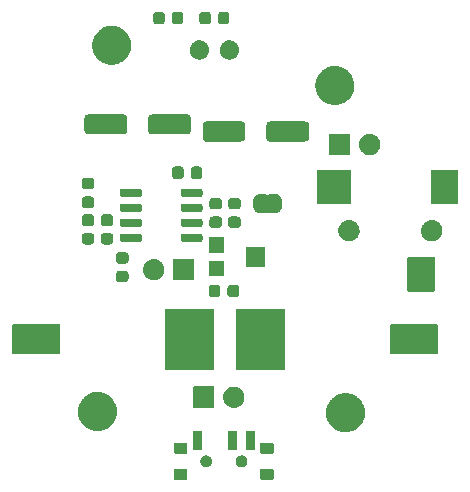
<source format=gbr>
G04 #@! TF.GenerationSoftware,KiCad,Pcbnew,6.0.0-unknown-120637b~86~ubuntu16.04.1*
G04 #@! TF.CreationDate,2019-08-06T10:20:09+03:00*
G04 #@! TF.ProjectId,contact-mic,636f6e74-6163-4742-9d6d-69632e6b6963,rev?*
G04 #@! TF.SameCoordinates,Original*
G04 #@! TF.FileFunction,Soldermask,Top*
G04 #@! TF.FilePolarity,Negative*
%FSLAX46Y46*%
G04 Gerber Fmt 4.6, Leading zero omitted, Abs format (unit mm)*
G04 Created by KiCad (PCBNEW 6.0.0-unknown-120637b~86~ubuntu16.04.1) date 2019-08-06 10:20:09*
%MOMM*%
%LPD*%
G04 APERTURE LIST*
%ADD10C,0.100000*%
G04 APERTURE END LIST*
D10*
G36*
X104169899Y-120181959D02*
G01*
X104186769Y-120193231D01*
X104198041Y-120210101D01*
X104204448Y-120242312D01*
X104204448Y-121017688D01*
X104201999Y-121030000D01*
X104198041Y-121049899D01*
X104186769Y-121066769D01*
X104169899Y-121078041D01*
X104150000Y-121081999D01*
X104137688Y-121084448D01*
X103162312Y-121084448D01*
X103130101Y-121078041D01*
X103113231Y-121066769D01*
X103101959Y-121049899D01*
X103095552Y-121017688D01*
X103095552Y-120242312D01*
X103101959Y-120210101D01*
X103113231Y-120193231D01*
X103130101Y-120181959D01*
X103162312Y-120175552D01*
X104137688Y-120175552D01*
X104169899Y-120181959D01*
X104169899Y-120181959D01*
G37*
G36*
X96869899Y-120181959D02*
G01*
X96886769Y-120193231D01*
X96898041Y-120210101D01*
X96904448Y-120242312D01*
X96904448Y-121017688D01*
X96901999Y-121030000D01*
X96898041Y-121049899D01*
X96886769Y-121066769D01*
X96869899Y-121078041D01*
X96850000Y-121081999D01*
X96837688Y-121084448D01*
X95862312Y-121084448D01*
X95830101Y-121078041D01*
X95813231Y-121066769D01*
X95801959Y-121049899D01*
X95795552Y-121017688D01*
X95795552Y-120242312D01*
X95801959Y-120210101D01*
X95813231Y-120193231D01*
X95830101Y-120181959D01*
X95862312Y-120175552D01*
X96837688Y-120175552D01*
X96869899Y-120181959D01*
X96869899Y-120181959D01*
G37*
G36*
X101553523Y-119031377D02*
G01*
X101594623Y-119033962D01*
X101615208Y-119040651D01*
X101645448Y-119045197D01*
X101683648Y-119062888D01*
X101715011Y-119073079D01*
X101740285Y-119089118D01*
X101775670Y-119105506D01*
X101801030Y-119127668D01*
X101821888Y-119140905D01*
X101848021Y-119168734D01*
X101883730Y-119199940D01*
X101897322Y-119221234D01*
X101908540Y-119233180D01*
X101930847Y-119273757D01*
X101960943Y-119320907D01*
X101965655Y-119337072D01*
X101969520Y-119344103D01*
X101982951Y-119396413D01*
X102001101Y-119458683D01*
X102000996Y-119466694D01*
X102001000Y-119466709D01*
X102001000Y-119593291D01*
X101999250Y-119600106D01*
X101999063Y-119614410D01*
X101981450Y-119669433D01*
X101969520Y-119715897D01*
X101962474Y-119728713D01*
X101955312Y-119751088D01*
X101927760Y-119791858D01*
X101908540Y-119826820D01*
X101892824Y-119843556D01*
X101874959Y-119869992D01*
X101843572Y-119896004D01*
X101821888Y-119919095D01*
X101795510Y-119935835D01*
X101764463Y-119961565D01*
X101734761Y-119974387D01*
X101715011Y-119986921D01*
X101677478Y-119999116D01*
X101632707Y-120018444D01*
X101608954Y-120021382D01*
X101594623Y-120026038D01*
X101547162Y-120029024D01*
X101490283Y-120036058D01*
X101474974Y-120033565D01*
X101468293Y-120033985D01*
X101414222Y-120023671D01*
X101348640Y-120012990D01*
X101279542Y-119979957D01*
X101229419Y-119956371D01*
X101228345Y-119955483D01*
X101219165Y-119951094D01*
X101172293Y-119909112D01*
X101131884Y-119875683D01*
X101126135Y-119867770D01*
X101112266Y-119855348D01*
X101083691Y-119809351D01*
X101057481Y-119773276D01*
X101050805Y-119756415D01*
X101036536Y-119733446D01*
X101024298Y-119689465D01*
X101010883Y-119655583D01*
X101007568Y-119629341D01*
X100998065Y-119595190D01*
X100998552Y-119557975D01*
X100995018Y-119530000D01*
X100999369Y-119495559D01*
X100999943Y-119451693D01*
X101008390Y-119424150D01*
X101010883Y-119404417D01*
X101026672Y-119364538D01*
X101042021Y-119314491D01*
X101053232Y-119297457D01*
X101057481Y-119286724D01*
X101087365Y-119245592D01*
X101120915Y-119194614D01*
X101130027Y-119186872D01*
X101131884Y-119184317D01*
X101175762Y-119148018D01*
X101230284Y-119101698D01*
X101292992Y-119073713D01*
X101343950Y-119049734D01*
X101348797Y-119048809D01*
X101361335Y-119043214D01*
X101419951Y-119035237D01*
X101468293Y-119026015D01*
X101481570Y-119026850D01*
X101503534Y-119023861D01*
X101553523Y-119031377D01*
X101553523Y-119031377D01*
G37*
G36*
X98553523Y-119031377D02*
G01*
X98594623Y-119033962D01*
X98615208Y-119040651D01*
X98645448Y-119045197D01*
X98683648Y-119062888D01*
X98715011Y-119073079D01*
X98740285Y-119089118D01*
X98775670Y-119105506D01*
X98801030Y-119127668D01*
X98821888Y-119140905D01*
X98848021Y-119168734D01*
X98883730Y-119199940D01*
X98897322Y-119221234D01*
X98908540Y-119233180D01*
X98930847Y-119273757D01*
X98960943Y-119320907D01*
X98965655Y-119337072D01*
X98969520Y-119344103D01*
X98982951Y-119396413D01*
X99001101Y-119458683D01*
X99000996Y-119466694D01*
X99001000Y-119466709D01*
X99001000Y-119593291D01*
X98999250Y-119600106D01*
X98999063Y-119614410D01*
X98981450Y-119669433D01*
X98969520Y-119715897D01*
X98962474Y-119728713D01*
X98955312Y-119751088D01*
X98927760Y-119791858D01*
X98908540Y-119826820D01*
X98892824Y-119843556D01*
X98874959Y-119869992D01*
X98843572Y-119896004D01*
X98821888Y-119919095D01*
X98795510Y-119935835D01*
X98764463Y-119961565D01*
X98734761Y-119974387D01*
X98715011Y-119986921D01*
X98677478Y-119999116D01*
X98632707Y-120018444D01*
X98608954Y-120021382D01*
X98594623Y-120026038D01*
X98547162Y-120029024D01*
X98490283Y-120036058D01*
X98474974Y-120033565D01*
X98468293Y-120033985D01*
X98414222Y-120023671D01*
X98348640Y-120012990D01*
X98279542Y-119979957D01*
X98229419Y-119956371D01*
X98228345Y-119955483D01*
X98219165Y-119951094D01*
X98172293Y-119909112D01*
X98131884Y-119875683D01*
X98126135Y-119867770D01*
X98112266Y-119855348D01*
X98083691Y-119809351D01*
X98057481Y-119773276D01*
X98050805Y-119756415D01*
X98036536Y-119733446D01*
X98024298Y-119689465D01*
X98010883Y-119655583D01*
X98007568Y-119629341D01*
X97998065Y-119595190D01*
X97998552Y-119557975D01*
X97995018Y-119530000D01*
X97999369Y-119495559D01*
X97999943Y-119451693D01*
X98008390Y-119424150D01*
X98010883Y-119404417D01*
X98026672Y-119364538D01*
X98042021Y-119314491D01*
X98053232Y-119297457D01*
X98057481Y-119286724D01*
X98087365Y-119245592D01*
X98120915Y-119194614D01*
X98130027Y-119186872D01*
X98131884Y-119184317D01*
X98175762Y-119148018D01*
X98230284Y-119101698D01*
X98292992Y-119073713D01*
X98343950Y-119049734D01*
X98348797Y-119048809D01*
X98361335Y-119043214D01*
X98419951Y-119035237D01*
X98468293Y-119026015D01*
X98481570Y-119026850D01*
X98503534Y-119023861D01*
X98553523Y-119031377D01*
X98553523Y-119031377D01*
G37*
G36*
X96869899Y-117971959D02*
G01*
X96886769Y-117983231D01*
X96898041Y-118000101D01*
X96904448Y-118032312D01*
X96904448Y-118807688D01*
X96901999Y-118820000D01*
X96898041Y-118839899D01*
X96886769Y-118856769D01*
X96869899Y-118868041D01*
X96850000Y-118871999D01*
X96837688Y-118874448D01*
X95862312Y-118874448D01*
X95830101Y-118868041D01*
X95813231Y-118856769D01*
X95801959Y-118839899D01*
X95795552Y-118807688D01*
X95795552Y-118032312D01*
X95801959Y-118000101D01*
X95813231Y-117983231D01*
X95830101Y-117971959D01*
X95862312Y-117965552D01*
X96837688Y-117965552D01*
X96869899Y-117971959D01*
X96869899Y-117971959D01*
G37*
G36*
X104169899Y-117971959D02*
G01*
X104186769Y-117983231D01*
X104198041Y-118000101D01*
X104204448Y-118032312D01*
X104204448Y-118807688D01*
X104201999Y-118820000D01*
X104198041Y-118839899D01*
X104186769Y-118856769D01*
X104169899Y-118868041D01*
X104150000Y-118871999D01*
X104137688Y-118874448D01*
X103162312Y-118874448D01*
X103130101Y-118868041D01*
X103113231Y-118856769D01*
X103101959Y-118839899D01*
X103095552Y-118807688D01*
X103095552Y-118032312D01*
X103101959Y-118000101D01*
X103113231Y-117983231D01*
X103130101Y-117971959D01*
X103162312Y-117965552D01*
X104137688Y-117965552D01*
X104169899Y-117971959D01*
X104169899Y-117971959D01*
G37*
G36*
X101119899Y-116971959D02*
G01*
X101136769Y-116983231D01*
X101148041Y-117000101D01*
X101154448Y-117032312D01*
X101154448Y-118507688D01*
X101151999Y-118520000D01*
X101148041Y-118539899D01*
X101136769Y-118556769D01*
X101119899Y-118568041D01*
X101100000Y-118571999D01*
X101087688Y-118574448D01*
X100412312Y-118574448D01*
X100380101Y-118568041D01*
X100363231Y-118556769D01*
X100351959Y-118539899D01*
X100345552Y-118507688D01*
X100345552Y-117032312D01*
X100351959Y-117000101D01*
X100363231Y-116983231D01*
X100380101Y-116971959D01*
X100412312Y-116965552D01*
X101087688Y-116965552D01*
X101119899Y-116971959D01*
X101119899Y-116971959D01*
G37*
G36*
X98119899Y-116971959D02*
G01*
X98136769Y-116983231D01*
X98148041Y-117000101D01*
X98154448Y-117032312D01*
X98154448Y-118507688D01*
X98151999Y-118520000D01*
X98148041Y-118539899D01*
X98136769Y-118556769D01*
X98119899Y-118568041D01*
X98100000Y-118571999D01*
X98087688Y-118574448D01*
X97412312Y-118574448D01*
X97380101Y-118568041D01*
X97363231Y-118556769D01*
X97351959Y-118539899D01*
X97345552Y-118507688D01*
X97345552Y-117032312D01*
X97351959Y-117000101D01*
X97363231Y-116983231D01*
X97380101Y-116971959D01*
X97412312Y-116965552D01*
X98087688Y-116965552D01*
X98119899Y-116971959D01*
X98119899Y-116971959D01*
G37*
G36*
X102619899Y-116971959D02*
G01*
X102636769Y-116983231D01*
X102648041Y-117000101D01*
X102654448Y-117032312D01*
X102654448Y-118507688D01*
X102651999Y-118520000D01*
X102648041Y-118539899D01*
X102636769Y-118556769D01*
X102619899Y-118568041D01*
X102600000Y-118571999D01*
X102587688Y-118574448D01*
X101912312Y-118574448D01*
X101880101Y-118568041D01*
X101863231Y-118556769D01*
X101851959Y-118539899D01*
X101845552Y-118507688D01*
X101845552Y-117032312D01*
X101851959Y-117000101D01*
X101863231Y-116983231D01*
X101880101Y-116971959D01*
X101912312Y-116965552D01*
X102587688Y-116965552D01*
X102619899Y-116971959D01*
X102619899Y-116971959D01*
G37*
G36*
X110373730Y-113749000D02*
G01*
X110429937Y-113749000D01*
X110500874Y-113760235D01*
X110567558Y-113766128D01*
X110624072Y-113779748D01*
X110686610Y-113789653D01*
X110748179Y-113809658D01*
X110806121Y-113823622D01*
X110866809Y-113848203D01*
X110933764Y-113869958D01*
X110985106Y-113896118D01*
X111033565Y-113915746D01*
X111096309Y-113952779D01*
X111165312Y-113987938D01*
X111206161Y-114017616D01*
X111244891Y-114040476D01*
X111307232Y-114091049D01*
X111375554Y-114140688D01*
X111406207Y-114171341D01*
X111435465Y-114195076D01*
X111494718Y-114259852D01*
X111559312Y-114324446D01*
X111580574Y-114353711D01*
X111601091Y-114376140D01*
X111654400Y-114455323D01*
X111712062Y-114534688D01*
X111725230Y-114560531D01*
X111738137Y-114579703D01*
X111782562Y-114673052D01*
X111830042Y-114766236D01*
X111836784Y-114786987D01*
X111843587Y-114801281D01*
X111876245Y-114908436D01*
X111910347Y-115013390D01*
X111912634Y-115027830D01*
X111915129Y-115036016D01*
X111933244Y-115157955D01*
X111951000Y-115270063D01*
X111951000Y-115529937D01*
X111942684Y-115582440D01*
X111941885Y-115611983D01*
X111924640Y-115696367D01*
X111910347Y-115786610D01*
X111899164Y-115821027D01*
X111893080Y-115850799D01*
X111860365Y-115940439D01*
X111830042Y-116033764D01*
X111816872Y-116059612D01*
X111808950Y-116081318D01*
X111759540Y-116172131D01*
X111712062Y-116265312D01*
X111699241Y-116282959D01*
X111691672Y-116296870D01*
X111624158Y-116386301D01*
X111559312Y-116475554D01*
X111548976Y-116485890D01*
X111543819Y-116492721D01*
X111455782Y-116579084D01*
X111375554Y-116659312D01*
X111369558Y-116663668D01*
X111368640Y-116664569D01*
X111193110Y-116791866D01*
X111165312Y-116812062D01*
X111064629Y-116863363D01*
X110952223Y-116921753D01*
X110945505Y-116924060D01*
X110933764Y-116930042D01*
X110827902Y-116964439D01*
X110720133Y-117001441D01*
X110705994Y-117004049D01*
X110686610Y-117010347D01*
X110582080Y-117026903D01*
X110478808Y-117045950D01*
X110457170Y-117046687D01*
X110429937Y-117051000D01*
X110330480Y-117051000D01*
X110233553Y-117054300D01*
X110204812Y-117051000D01*
X110170063Y-117051000D01*
X110078482Y-117036495D01*
X109989768Y-117026309D01*
X109954791Y-117016904D01*
X109913390Y-117010347D01*
X109831749Y-116983820D01*
X109752788Y-116962589D01*
X109712903Y-116945205D01*
X109666236Y-116930042D01*
X109595965Y-116894237D01*
X109527832Y-116864541D01*
X109484765Y-116837578D01*
X109434688Y-116812062D01*
X109376590Y-116769851D01*
X109319843Y-116734323D01*
X109275667Y-116696526D01*
X109224446Y-116659312D01*
X109178671Y-116613537D01*
X109133382Y-116574788D01*
X109090465Y-116525331D01*
X109040688Y-116475554D01*
X109006823Y-116428943D01*
X108972556Y-116389454D01*
X108933461Y-116327969D01*
X108887938Y-116265312D01*
X108865015Y-116220323D01*
X108840884Y-116182372D01*
X108808299Y-116109012D01*
X108769958Y-116033764D01*
X108756561Y-115992533D01*
X108741269Y-115958105D01*
X108717885Y-115873501D01*
X108689653Y-115786610D01*
X108683993Y-115750874D01*
X108675897Y-115721582D01*
X108664348Y-115626843D01*
X108649000Y-115529937D01*
X108649000Y-115500932D01*
X108646203Y-115477987D01*
X108649000Y-115374628D01*
X108649000Y-115270063D01*
X108652413Y-115248516D01*
X108652841Y-115232689D01*
X108672390Y-115122382D01*
X108689653Y-115013390D01*
X108694171Y-114999485D01*
X108695664Y-114991061D01*
X108734876Y-114874207D01*
X108769958Y-114766236D01*
X108773325Y-114759628D01*
X108773732Y-114758415D01*
X108871710Y-114566538D01*
X108887938Y-114534688D01*
X108954366Y-114443258D01*
X109028002Y-114340214D01*
X109032942Y-114335107D01*
X109040688Y-114324446D01*
X109119390Y-114245744D01*
X109198621Y-114163841D01*
X109210037Y-114155097D01*
X109224446Y-114140688D01*
X109310048Y-114078494D01*
X109393440Y-114014621D01*
X109412390Y-114004139D01*
X109434688Y-113987938D01*
X109523279Y-113942798D01*
X109608164Y-113895843D01*
X109635275Y-113885734D01*
X109666236Y-113869958D01*
X109754418Y-113841306D01*
X109838091Y-113810105D01*
X109873527Y-113802605D01*
X109913390Y-113789653D01*
X109998177Y-113776224D01*
X110078171Y-113759294D01*
X110121600Y-113756676D01*
X110170063Y-113749000D01*
X110248917Y-113749000D01*
X110323111Y-113744527D01*
X110373730Y-113749000D01*
X110373730Y-113749000D01*
G37*
G36*
X89373730Y-113649000D02*
G01*
X89429937Y-113649000D01*
X89500874Y-113660235D01*
X89567558Y-113666128D01*
X89624072Y-113679748D01*
X89686610Y-113689653D01*
X89748179Y-113709658D01*
X89806121Y-113723622D01*
X89866809Y-113748203D01*
X89933764Y-113769958D01*
X89985106Y-113796118D01*
X90033565Y-113815746D01*
X90096309Y-113852779D01*
X90165312Y-113887938D01*
X90206161Y-113917616D01*
X90244891Y-113940476D01*
X90307232Y-113991049D01*
X90375554Y-114040688D01*
X90406207Y-114071341D01*
X90435465Y-114095076D01*
X90494718Y-114159852D01*
X90559312Y-114224446D01*
X90580574Y-114253711D01*
X90601091Y-114276140D01*
X90654400Y-114355323D01*
X90712062Y-114434688D01*
X90725230Y-114460531D01*
X90738137Y-114479703D01*
X90782562Y-114573052D01*
X90830042Y-114666236D01*
X90836784Y-114686987D01*
X90843587Y-114701281D01*
X90876245Y-114808436D01*
X90910347Y-114913390D01*
X90912634Y-114927830D01*
X90915129Y-114936016D01*
X90933244Y-115057955D01*
X90951000Y-115170063D01*
X90951000Y-115429937D01*
X90942684Y-115482440D01*
X90941885Y-115511983D01*
X90924640Y-115596367D01*
X90910347Y-115686610D01*
X90899164Y-115721027D01*
X90893080Y-115750799D01*
X90860365Y-115840439D01*
X90830042Y-115933764D01*
X90816872Y-115959612D01*
X90808950Y-115981318D01*
X90759540Y-116072131D01*
X90712062Y-116165312D01*
X90699241Y-116182959D01*
X90691672Y-116196870D01*
X90624158Y-116286301D01*
X90559312Y-116375554D01*
X90548976Y-116385890D01*
X90543819Y-116392721D01*
X90455782Y-116479084D01*
X90375554Y-116559312D01*
X90369558Y-116563668D01*
X90368640Y-116564569D01*
X90193110Y-116691866D01*
X90165312Y-116712062D01*
X90064629Y-116763363D01*
X89952223Y-116821753D01*
X89945505Y-116824060D01*
X89933764Y-116830042D01*
X89827902Y-116864439D01*
X89720133Y-116901441D01*
X89705994Y-116904049D01*
X89686610Y-116910347D01*
X89582080Y-116926903D01*
X89478808Y-116945950D01*
X89457170Y-116946687D01*
X89429937Y-116951000D01*
X89330480Y-116951000D01*
X89233553Y-116954300D01*
X89204812Y-116951000D01*
X89170063Y-116951000D01*
X89078482Y-116936495D01*
X88989768Y-116926309D01*
X88954791Y-116916904D01*
X88913390Y-116910347D01*
X88831749Y-116883820D01*
X88752788Y-116862589D01*
X88712903Y-116845205D01*
X88666236Y-116830042D01*
X88595965Y-116794237D01*
X88527832Y-116764541D01*
X88484765Y-116737578D01*
X88434688Y-116712062D01*
X88376590Y-116669851D01*
X88319843Y-116634323D01*
X88275667Y-116596526D01*
X88224446Y-116559312D01*
X88178671Y-116513537D01*
X88133382Y-116474788D01*
X88090465Y-116425331D01*
X88040688Y-116375554D01*
X88006823Y-116328943D01*
X87972556Y-116289454D01*
X87933461Y-116227969D01*
X87887938Y-116165312D01*
X87865015Y-116120323D01*
X87840884Y-116082372D01*
X87808299Y-116009012D01*
X87769958Y-115933764D01*
X87756561Y-115892533D01*
X87741269Y-115858105D01*
X87717885Y-115773501D01*
X87689653Y-115686610D01*
X87683993Y-115650874D01*
X87675897Y-115621582D01*
X87664348Y-115526843D01*
X87649000Y-115429937D01*
X87649000Y-115400932D01*
X87646203Y-115377987D01*
X87649000Y-115274628D01*
X87649000Y-115170063D01*
X87652413Y-115148516D01*
X87652841Y-115132689D01*
X87672390Y-115022382D01*
X87689653Y-114913390D01*
X87694171Y-114899485D01*
X87695664Y-114891061D01*
X87734876Y-114774207D01*
X87769958Y-114666236D01*
X87773325Y-114659628D01*
X87773732Y-114658415D01*
X87871710Y-114466538D01*
X87887938Y-114434688D01*
X87954366Y-114343258D01*
X88028002Y-114240214D01*
X88032942Y-114235107D01*
X88040688Y-114224446D01*
X88119390Y-114145744D01*
X88198621Y-114063841D01*
X88210037Y-114055097D01*
X88224446Y-114040688D01*
X88310048Y-113978494D01*
X88393440Y-113914621D01*
X88412390Y-113904139D01*
X88434688Y-113887938D01*
X88523279Y-113842798D01*
X88608164Y-113795843D01*
X88635275Y-113785734D01*
X88666236Y-113769958D01*
X88754418Y-113741306D01*
X88838091Y-113710105D01*
X88873527Y-113702605D01*
X88913390Y-113689653D01*
X88998177Y-113676224D01*
X89078171Y-113659294D01*
X89121600Y-113656676D01*
X89170063Y-113649000D01*
X89248917Y-113649000D01*
X89323111Y-113644527D01*
X89373730Y-113649000D01*
X89373730Y-113649000D01*
G37*
G36*
X99169899Y-113201959D02*
G01*
X99186769Y-113213231D01*
X99198041Y-113230101D01*
X99204448Y-113262312D01*
X99204448Y-114937688D01*
X99201999Y-114950000D01*
X99198041Y-114969899D01*
X99186769Y-114986769D01*
X99169899Y-114998041D01*
X99150000Y-115001999D01*
X99137688Y-115004448D01*
X97462312Y-115004448D01*
X97430101Y-114998041D01*
X97413231Y-114986769D01*
X97401959Y-114969899D01*
X97395552Y-114937688D01*
X97395552Y-113262312D01*
X97401959Y-113230101D01*
X97413231Y-113213231D01*
X97430101Y-113201959D01*
X97462312Y-113195552D01*
X99137688Y-113195552D01*
X99169899Y-113201959D01*
X99169899Y-113201959D01*
G37*
G36*
X101028360Y-113213835D02*
G01*
X101109397Y-113240166D01*
X101196663Y-113267848D01*
X101199655Y-113269493D01*
X101208488Y-113272363D01*
X101280466Y-113313919D01*
X101351499Y-113352970D01*
X101358986Y-113359253D01*
X101372511Y-113367061D01*
X101430259Y-113419057D01*
X101486857Y-113466549D01*
X101496962Y-113479118D01*
X101513261Y-113493793D01*
X101555454Y-113551867D01*
X101597579Y-113604260D01*
X101607994Y-113624182D01*
X101624586Y-113647019D01*
X101651297Y-113707012D01*
X101679439Y-113760843D01*
X101687582Y-113788510D01*
X101701621Y-113820042D01*
X101713992Y-113878241D01*
X101729328Y-113930349D01*
X101732518Y-113965401D01*
X101740999Y-114005301D01*
X101740999Y-114058592D01*
X101745343Y-114106324D01*
X101740999Y-114147653D01*
X101740999Y-114194699D01*
X101731217Y-114240721D01*
X101726873Y-114282047D01*
X101712702Y-114327827D01*
X101701621Y-114379958D01*
X101685028Y-114417226D01*
X101674622Y-114450843D01*
X101648789Y-114498620D01*
X101624586Y-114552981D01*
X101604298Y-114580905D01*
X101590580Y-114606276D01*
X101551859Y-114653082D01*
X101513261Y-114706207D01*
X101492284Y-114725095D01*
X101477952Y-114742419D01*
X101425845Y-114784917D01*
X101372511Y-114832939D01*
X101353524Y-114843901D01*
X101341025Y-114854095D01*
X101275780Y-114888786D01*
X101208488Y-114927637D01*
X101193636Y-114932463D01*
X101185003Y-114937053D01*
X101107430Y-114960473D01*
X101028360Y-114986165D01*
X101019114Y-114987137D01*
X101015851Y-114988122D01*
X100924710Y-114997059D01*
X100887211Y-115001000D01*
X100792789Y-115001000D01*
X100651640Y-114986165D01*
X100570603Y-114959834D01*
X100483337Y-114932152D01*
X100480345Y-114930507D01*
X100471512Y-114927637D01*
X100399534Y-114886081D01*
X100328501Y-114847030D01*
X100321014Y-114840747D01*
X100307489Y-114832939D01*
X100249741Y-114780943D01*
X100193143Y-114733451D01*
X100183038Y-114720882D01*
X100166739Y-114706207D01*
X100124546Y-114648133D01*
X100082421Y-114595740D01*
X100072006Y-114575818D01*
X100055414Y-114552981D01*
X100028703Y-114492988D01*
X100000561Y-114439157D01*
X99992418Y-114411490D01*
X99978379Y-114379958D01*
X99966008Y-114321759D01*
X99950672Y-114269651D01*
X99947482Y-114234599D01*
X99939001Y-114194699D01*
X99939001Y-114141408D01*
X99934657Y-114093676D01*
X99939001Y-114052347D01*
X99939001Y-114005301D01*
X99948783Y-113959279D01*
X99953127Y-113917953D01*
X99967298Y-113872173D01*
X99978379Y-113820042D01*
X99994972Y-113782774D01*
X100005378Y-113749157D01*
X100031211Y-113701380D01*
X100055414Y-113647019D01*
X100075702Y-113619095D01*
X100089420Y-113593724D01*
X100128141Y-113546918D01*
X100166739Y-113493793D01*
X100187716Y-113474905D01*
X100202048Y-113457581D01*
X100254155Y-113415083D01*
X100307489Y-113367061D01*
X100326476Y-113356099D01*
X100338975Y-113345905D01*
X100404220Y-113311214D01*
X100471512Y-113272363D01*
X100486364Y-113267537D01*
X100494997Y-113262947D01*
X100572570Y-113239527D01*
X100651640Y-113213835D01*
X100660886Y-113212863D01*
X100664149Y-113211878D01*
X100755290Y-113202941D01*
X100792789Y-113199000D01*
X100887211Y-113199000D01*
X101028360Y-113213835D01*
X101028360Y-113213835D01*
G37*
G36*
X99119899Y-106611959D02*
G01*
X99136769Y-106623231D01*
X99148041Y-106640101D01*
X99154448Y-106672312D01*
X99154448Y-111727688D01*
X99151999Y-111740000D01*
X99148041Y-111759899D01*
X99136769Y-111776769D01*
X99119899Y-111788041D01*
X99100000Y-111791999D01*
X99087688Y-111794448D01*
X95112312Y-111794448D01*
X95080101Y-111788041D01*
X95063231Y-111776769D01*
X95051959Y-111759899D01*
X95045552Y-111727688D01*
X95045552Y-106672312D01*
X95051959Y-106640101D01*
X95063231Y-106623231D01*
X95080101Y-106611959D01*
X95112312Y-106605552D01*
X99087688Y-106605552D01*
X99119899Y-106611959D01*
X99119899Y-106611959D01*
G37*
G36*
X105119899Y-106611959D02*
G01*
X105136769Y-106623231D01*
X105148041Y-106640101D01*
X105154448Y-106672312D01*
X105154448Y-111727688D01*
X105151999Y-111740000D01*
X105148041Y-111759899D01*
X105136769Y-111776769D01*
X105119899Y-111788041D01*
X105100000Y-111791999D01*
X105087688Y-111794448D01*
X101112312Y-111794448D01*
X101080101Y-111788041D01*
X101063231Y-111776769D01*
X101051959Y-111759899D01*
X101045552Y-111727688D01*
X101045552Y-106672312D01*
X101051959Y-106640101D01*
X101063231Y-106623231D01*
X101080101Y-106611959D01*
X101112312Y-106605552D01*
X105087688Y-106605552D01*
X105119899Y-106611959D01*
X105119899Y-106611959D01*
G37*
G36*
X118119899Y-107951959D02*
G01*
X118136769Y-107963231D01*
X118148041Y-107980101D01*
X118154448Y-108012312D01*
X118154448Y-110387688D01*
X118151999Y-110400000D01*
X118148041Y-110419899D01*
X118136769Y-110436769D01*
X118119899Y-110448041D01*
X118100000Y-110451999D01*
X118087688Y-110454448D01*
X114112312Y-110454448D01*
X114080101Y-110448041D01*
X114063231Y-110436769D01*
X114051959Y-110419899D01*
X114045552Y-110387688D01*
X114045552Y-108012312D01*
X114051959Y-107980101D01*
X114063231Y-107963231D01*
X114080101Y-107951959D01*
X114112312Y-107945552D01*
X118087688Y-107945552D01*
X118119899Y-107951959D01*
X118119899Y-107951959D01*
G37*
G36*
X86119899Y-107951959D02*
G01*
X86136769Y-107963231D01*
X86148041Y-107980101D01*
X86154448Y-108012312D01*
X86154448Y-110387688D01*
X86151999Y-110400000D01*
X86148041Y-110419899D01*
X86136769Y-110436769D01*
X86119899Y-110448041D01*
X86100000Y-110451999D01*
X86087688Y-110454448D01*
X82112312Y-110454448D01*
X82080101Y-110448041D01*
X82063231Y-110436769D01*
X82051959Y-110419899D01*
X82045552Y-110387688D01*
X82045552Y-108012312D01*
X82051959Y-107980101D01*
X82063231Y-107963231D01*
X82080101Y-107951959D01*
X82112312Y-107945552D01*
X86087688Y-107945552D01*
X86119899Y-107951959D01*
X86119899Y-107951959D01*
G37*
G36*
X99426231Y-104573001D02*
G01*
X99426964Y-104573001D01*
X99429829Y-104573571D01*
X99512918Y-104586731D01*
X99523760Y-104592255D01*
X99532215Y-104593937D01*
X99548768Y-104604998D01*
X99589054Y-104625524D01*
X99608316Y-104644786D01*
X99621443Y-104653557D01*
X99630214Y-104666684D01*
X99649476Y-104685946D01*
X99670002Y-104726232D01*
X99681063Y-104742785D01*
X99682745Y-104751240D01*
X99688269Y-104762082D01*
X99701429Y-104845171D01*
X99701999Y-104848036D01*
X99701999Y-104848769D01*
X99703194Y-104856314D01*
X99703194Y-105343686D01*
X99701999Y-105351231D01*
X99701999Y-105351964D01*
X99701429Y-105354829D01*
X99688269Y-105437918D01*
X99682745Y-105448760D01*
X99681063Y-105457215D01*
X99670002Y-105473768D01*
X99649476Y-105514054D01*
X99630214Y-105533316D01*
X99621443Y-105546443D01*
X99608316Y-105555214D01*
X99589054Y-105574476D01*
X99548768Y-105595002D01*
X99532215Y-105606063D01*
X99523760Y-105607745D01*
X99512918Y-105613269D01*
X99429829Y-105626429D01*
X99426964Y-105626999D01*
X99426231Y-105626999D01*
X99418686Y-105628194D01*
X99006314Y-105628194D01*
X98998769Y-105626999D01*
X98998036Y-105626999D01*
X98995171Y-105626429D01*
X98912082Y-105613269D01*
X98901240Y-105607745D01*
X98892785Y-105606063D01*
X98876232Y-105595002D01*
X98835946Y-105574476D01*
X98816684Y-105555214D01*
X98803557Y-105546443D01*
X98794786Y-105533316D01*
X98775524Y-105514054D01*
X98754998Y-105473768D01*
X98743937Y-105457215D01*
X98742255Y-105448760D01*
X98736731Y-105437918D01*
X98723571Y-105354829D01*
X98723001Y-105351964D01*
X98723001Y-105351231D01*
X98721806Y-105343686D01*
X98721806Y-104856314D01*
X98723001Y-104848769D01*
X98723001Y-104848036D01*
X98723571Y-104845171D01*
X98736731Y-104762082D01*
X98742255Y-104751240D01*
X98743937Y-104742785D01*
X98754998Y-104726232D01*
X98775524Y-104685946D01*
X98794786Y-104666684D01*
X98803557Y-104653557D01*
X98816684Y-104644786D01*
X98835946Y-104625524D01*
X98876232Y-104604998D01*
X98892785Y-104593937D01*
X98901240Y-104592255D01*
X98912082Y-104586731D01*
X98995171Y-104573571D01*
X98998036Y-104573001D01*
X98998769Y-104573001D01*
X99006314Y-104571806D01*
X99418686Y-104571806D01*
X99426231Y-104573001D01*
X99426231Y-104573001D01*
G37*
G36*
X101001231Y-104573001D02*
G01*
X101001964Y-104573001D01*
X101004829Y-104573571D01*
X101087918Y-104586731D01*
X101098760Y-104592255D01*
X101107215Y-104593937D01*
X101123768Y-104604998D01*
X101164054Y-104625524D01*
X101183316Y-104644786D01*
X101196443Y-104653557D01*
X101205214Y-104666684D01*
X101224476Y-104685946D01*
X101245002Y-104726232D01*
X101256063Y-104742785D01*
X101257745Y-104751240D01*
X101263269Y-104762082D01*
X101276429Y-104845171D01*
X101276999Y-104848036D01*
X101276999Y-104848769D01*
X101278194Y-104856314D01*
X101278194Y-105343686D01*
X101276999Y-105351231D01*
X101276999Y-105351964D01*
X101276429Y-105354829D01*
X101263269Y-105437918D01*
X101257745Y-105448760D01*
X101256063Y-105457215D01*
X101245002Y-105473768D01*
X101224476Y-105514054D01*
X101205214Y-105533316D01*
X101196443Y-105546443D01*
X101183316Y-105555214D01*
X101164054Y-105574476D01*
X101123768Y-105595002D01*
X101107215Y-105606063D01*
X101098760Y-105607745D01*
X101087918Y-105613269D01*
X101004829Y-105626429D01*
X101001964Y-105626999D01*
X101001231Y-105626999D01*
X100993686Y-105628194D01*
X100581314Y-105628194D01*
X100573769Y-105626999D01*
X100573036Y-105626999D01*
X100570171Y-105626429D01*
X100487082Y-105613269D01*
X100476240Y-105607745D01*
X100467785Y-105606063D01*
X100451232Y-105595002D01*
X100410946Y-105574476D01*
X100391684Y-105555214D01*
X100378557Y-105546443D01*
X100369786Y-105533316D01*
X100350524Y-105514054D01*
X100329998Y-105473768D01*
X100318937Y-105457215D01*
X100317255Y-105448760D01*
X100311731Y-105437918D01*
X100298571Y-105354829D01*
X100298001Y-105351964D01*
X100298001Y-105351231D01*
X100296806Y-105343686D01*
X100296806Y-104856314D01*
X100298001Y-104848769D01*
X100298001Y-104848036D01*
X100298571Y-104845171D01*
X100311731Y-104762082D01*
X100317255Y-104751240D01*
X100318937Y-104742785D01*
X100329998Y-104726232D01*
X100350524Y-104685946D01*
X100369786Y-104666684D01*
X100378557Y-104653557D01*
X100391684Y-104644786D01*
X100410946Y-104625524D01*
X100451232Y-104604998D01*
X100467785Y-104593937D01*
X100476240Y-104592255D01*
X100487082Y-104586731D01*
X100570171Y-104573571D01*
X100573036Y-104573001D01*
X100573769Y-104573001D01*
X100581314Y-104571806D01*
X100993686Y-104571806D01*
X101001231Y-104573001D01*
X101001231Y-104573001D01*
G37*
G36*
X117819899Y-102251959D02*
G01*
X117836769Y-102263231D01*
X117848041Y-102280101D01*
X117854448Y-102312312D01*
X117854448Y-105087688D01*
X117851999Y-105100000D01*
X117848041Y-105119899D01*
X117836769Y-105136769D01*
X117819899Y-105148041D01*
X117800000Y-105151999D01*
X117787688Y-105154448D01*
X115612312Y-105154448D01*
X115580101Y-105148041D01*
X115563231Y-105136769D01*
X115551959Y-105119899D01*
X115545552Y-105087688D01*
X115545552Y-102312312D01*
X115551959Y-102280101D01*
X115563231Y-102263231D01*
X115580101Y-102251959D01*
X115612312Y-102245552D01*
X117787688Y-102245552D01*
X117819899Y-102251959D01*
X117819899Y-102251959D01*
G37*
G36*
X91651231Y-103398001D02*
G01*
X91651964Y-103398001D01*
X91654829Y-103398571D01*
X91737918Y-103411731D01*
X91748760Y-103417255D01*
X91757215Y-103418937D01*
X91773768Y-103429998D01*
X91814054Y-103450524D01*
X91833316Y-103469786D01*
X91846443Y-103478557D01*
X91855214Y-103491684D01*
X91874476Y-103510946D01*
X91895002Y-103551232D01*
X91906063Y-103567785D01*
X91907745Y-103576240D01*
X91913269Y-103587082D01*
X91926429Y-103670171D01*
X91926999Y-103673036D01*
X91926999Y-103673769D01*
X91928194Y-103681314D01*
X91928194Y-104093686D01*
X91926999Y-104101231D01*
X91926999Y-104101964D01*
X91926429Y-104104829D01*
X91913269Y-104187918D01*
X91907745Y-104198760D01*
X91906063Y-104207215D01*
X91895002Y-104223768D01*
X91874476Y-104264054D01*
X91855214Y-104283316D01*
X91846443Y-104296443D01*
X91833316Y-104305214D01*
X91814054Y-104324476D01*
X91773768Y-104345002D01*
X91757215Y-104356063D01*
X91748760Y-104357745D01*
X91737918Y-104363269D01*
X91654829Y-104376429D01*
X91651964Y-104376999D01*
X91651231Y-104376999D01*
X91643686Y-104378194D01*
X91156314Y-104378194D01*
X91148769Y-104376999D01*
X91148036Y-104376999D01*
X91145171Y-104376429D01*
X91062082Y-104363269D01*
X91051240Y-104357745D01*
X91042785Y-104356063D01*
X91026232Y-104345002D01*
X90985946Y-104324476D01*
X90966684Y-104305214D01*
X90953557Y-104296443D01*
X90944786Y-104283316D01*
X90925524Y-104264054D01*
X90904998Y-104223768D01*
X90893937Y-104207215D01*
X90892255Y-104198760D01*
X90886731Y-104187918D01*
X90873571Y-104104829D01*
X90873001Y-104101964D01*
X90873001Y-104101231D01*
X90871806Y-104093686D01*
X90871806Y-103681314D01*
X90873001Y-103673769D01*
X90873001Y-103673036D01*
X90873571Y-103670171D01*
X90886731Y-103587082D01*
X90892255Y-103576240D01*
X90893937Y-103567785D01*
X90904998Y-103551232D01*
X90925524Y-103510946D01*
X90944786Y-103491684D01*
X90953557Y-103478557D01*
X90966684Y-103469786D01*
X90985946Y-103450524D01*
X91026232Y-103429998D01*
X91042785Y-103418937D01*
X91051240Y-103417255D01*
X91062082Y-103411731D01*
X91145171Y-103398571D01*
X91148036Y-103398001D01*
X91148769Y-103398001D01*
X91156314Y-103396806D01*
X91643686Y-103396806D01*
X91651231Y-103398001D01*
X91651231Y-103398001D01*
G37*
G36*
X97469899Y-102401959D02*
G01*
X97486769Y-102413231D01*
X97498041Y-102430101D01*
X97504448Y-102462312D01*
X97504448Y-104137688D01*
X97501999Y-104150000D01*
X97498041Y-104169899D01*
X97486769Y-104186769D01*
X97469899Y-104198041D01*
X97450000Y-104201999D01*
X97437688Y-104204448D01*
X95762312Y-104204448D01*
X95730101Y-104198041D01*
X95713231Y-104186769D01*
X95701959Y-104169899D01*
X95695552Y-104137688D01*
X95695552Y-102462312D01*
X95701959Y-102430101D01*
X95713231Y-102413231D01*
X95730101Y-102401959D01*
X95762312Y-102395552D01*
X97437688Y-102395552D01*
X97469899Y-102401959D01*
X97469899Y-102401959D01*
G37*
G36*
X94248360Y-102413835D02*
G01*
X94329397Y-102440166D01*
X94416663Y-102467848D01*
X94419655Y-102469493D01*
X94428488Y-102472363D01*
X94500466Y-102513919D01*
X94571499Y-102552970D01*
X94578986Y-102559253D01*
X94592511Y-102567061D01*
X94650259Y-102619057D01*
X94706857Y-102666549D01*
X94716962Y-102679118D01*
X94733261Y-102693793D01*
X94775454Y-102751867D01*
X94817579Y-102804260D01*
X94827994Y-102824182D01*
X94844586Y-102847019D01*
X94871297Y-102907012D01*
X94899439Y-102960843D01*
X94907582Y-102988510D01*
X94921621Y-103020042D01*
X94933992Y-103078241D01*
X94949328Y-103130349D01*
X94952518Y-103165401D01*
X94960999Y-103205301D01*
X94960999Y-103258592D01*
X94965343Y-103306324D01*
X94960999Y-103347653D01*
X94960999Y-103394699D01*
X94951217Y-103440721D01*
X94946873Y-103482047D01*
X94932702Y-103527827D01*
X94921621Y-103579958D01*
X94905028Y-103617226D01*
X94894622Y-103650843D01*
X94868789Y-103698620D01*
X94844586Y-103752981D01*
X94824298Y-103780905D01*
X94810580Y-103806276D01*
X94771859Y-103853082D01*
X94733261Y-103906207D01*
X94712284Y-103925095D01*
X94697952Y-103942419D01*
X94645845Y-103984917D01*
X94592511Y-104032939D01*
X94573524Y-104043901D01*
X94561025Y-104054095D01*
X94495780Y-104088786D01*
X94428488Y-104127637D01*
X94413636Y-104132463D01*
X94405003Y-104137053D01*
X94327430Y-104160473D01*
X94248360Y-104186165D01*
X94239114Y-104187137D01*
X94235851Y-104188122D01*
X94144710Y-104197059D01*
X94107211Y-104201000D01*
X94012789Y-104201000D01*
X93871640Y-104186165D01*
X93790603Y-104159834D01*
X93703337Y-104132152D01*
X93700345Y-104130507D01*
X93691512Y-104127637D01*
X93619534Y-104086081D01*
X93548501Y-104047030D01*
X93541014Y-104040747D01*
X93527489Y-104032939D01*
X93469741Y-103980943D01*
X93413143Y-103933451D01*
X93403038Y-103920882D01*
X93386739Y-103906207D01*
X93344546Y-103848133D01*
X93302421Y-103795740D01*
X93292006Y-103775818D01*
X93275414Y-103752981D01*
X93248703Y-103692988D01*
X93220561Y-103639157D01*
X93212418Y-103611490D01*
X93198379Y-103579958D01*
X93186008Y-103521759D01*
X93170672Y-103469651D01*
X93167482Y-103434599D01*
X93159001Y-103394699D01*
X93159001Y-103341408D01*
X93154657Y-103293676D01*
X93159001Y-103252347D01*
X93159001Y-103205301D01*
X93168783Y-103159279D01*
X93173127Y-103117953D01*
X93187298Y-103072173D01*
X93198379Y-103020042D01*
X93214972Y-102982774D01*
X93225378Y-102949157D01*
X93251211Y-102901380D01*
X93275414Y-102847019D01*
X93295702Y-102819095D01*
X93309420Y-102793724D01*
X93348141Y-102746918D01*
X93386739Y-102693793D01*
X93407716Y-102674905D01*
X93422048Y-102657581D01*
X93474155Y-102615083D01*
X93527489Y-102567061D01*
X93546476Y-102556099D01*
X93558975Y-102545905D01*
X93624220Y-102511214D01*
X93691512Y-102472363D01*
X93706364Y-102467537D01*
X93714997Y-102462947D01*
X93792570Y-102439527D01*
X93871640Y-102413835D01*
X93880886Y-102412863D01*
X93884149Y-102411878D01*
X93975290Y-102402941D01*
X94012789Y-102399000D01*
X94107211Y-102399000D01*
X94248360Y-102413835D01*
X94248360Y-102413835D01*
G37*
G36*
X100019899Y-102551959D02*
G01*
X100036769Y-102563231D01*
X100048041Y-102580101D01*
X100054448Y-102612312D01*
X100054448Y-103787688D01*
X100051999Y-103800000D01*
X100048041Y-103819899D01*
X100036769Y-103836769D01*
X100019899Y-103848041D01*
X100000000Y-103851999D01*
X99987688Y-103854448D01*
X98812312Y-103854448D01*
X98780101Y-103848041D01*
X98763231Y-103836769D01*
X98751959Y-103819899D01*
X98745552Y-103787688D01*
X98745552Y-102612312D01*
X98751959Y-102580101D01*
X98763231Y-102563231D01*
X98780101Y-102551959D01*
X98812312Y-102545552D01*
X99987688Y-102545552D01*
X100019899Y-102551959D01*
X100019899Y-102551959D01*
G37*
G36*
X103419899Y-101351959D02*
G01*
X103436769Y-101363231D01*
X103448041Y-101380101D01*
X103454448Y-101412312D01*
X103454448Y-102987688D01*
X103451999Y-103000000D01*
X103448041Y-103019899D01*
X103436769Y-103036769D01*
X103419899Y-103048041D01*
X103400000Y-103051999D01*
X103387688Y-103054448D01*
X101912312Y-103054448D01*
X101880101Y-103048041D01*
X101863231Y-103036769D01*
X101851959Y-103019899D01*
X101845552Y-102987688D01*
X101845552Y-101412312D01*
X101851959Y-101380101D01*
X101863231Y-101363231D01*
X101880101Y-101351959D01*
X101912312Y-101345552D01*
X103387688Y-101345552D01*
X103419899Y-101351959D01*
X103419899Y-101351959D01*
G37*
G36*
X91651231Y-101823001D02*
G01*
X91651964Y-101823001D01*
X91654829Y-101823571D01*
X91737918Y-101836731D01*
X91748760Y-101842255D01*
X91757215Y-101843937D01*
X91773768Y-101854998D01*
X91814054Y-101875524D01*
X91833316Y-101894786D01*
X91846443Y-101903557D01*
X91855214Y-101916684D01*
X91874476Y-101935946D01*
X91895002Y-101976232D01*
X91906063Y-101992785D01*
X91907745Y-102001240D01*
X91913269Y-102012082D01*
X91926429Y-102095171D01*
X91926999Y-102098036D01*
X91926999Y-102098769D01*
X91928194Y-102106314D01*
X91928194Y-102518686D01*
X91926999Y-102526231D01*
X91926999Y-102526964D01*
X91926429Y-102529829D01*
X91913269Y-102612918D01*
X91907745Y-102623760D01*
X91906063Y-102632215D01*
X91895002Y-102648768D01*
X91874476Y-102689054D01*
X91855214Y-102708316D01*
X91846443Y-102721443D01*
X91833316Y-102730214D01*
X91814054Y-102749476D01*
X91773768Y-102770002D01*
X91757215Y-102781063D01*
X91748760Y-102782745D01*
X91737918Y-102788269D01*
X91654829Y-102801429D01*
X91651964Y-102801999D01*
X91651231Y-102801999D01*
X91643686Y-102803194D01*
X91156314Y-102803194D01*
X91148769Y-102801999D01*
X91148036Y-102801999D01*
X91145171Y-102801429D01*
X91062082Y-102788269D01*
X91051240Y-102782745D01*
X91042785Y-102781063D01*
X91026232Y-102770002D01*
X90985946Y-102749476D01*
X90966684Y-102730214D01*
X90953557Y-102721443D01*
X90944786Y-102708316D01*
X90925524Y-102689054D01*
X90904998Y-102648768D01*
X90893937Y-102632215D01*
X90892255Y-102623760D01*
X90886731Y-102612918D01*
X90873571Y-102529829D01*
X90873001Y-102526964D01*
X90873001Y-102526231D01*
X90871806Y-102518686D01*
X90871806Y-102106314D01*
X90873001Y-102098769D01*
X90873001Y-102098036D01*
X90873571Y-102095171D01*
X90886731Y-102012082D01*
X90892255Y-102001240D01*
X90893937Y-101992785D01*
X90904998Y-101976232D01*
X90925524Y-101935946D01*
X90944786Y-101916684D01*
X90953557Y-101903557D01*
X90966684Y-101894786D01*
X90985946Y-101875524D01*
X91026232Y-101854998D01*
X91042785Y-101843937D01*
X91051240Y-101842255D01*
X91062082Y-101836731D01*
X91145171Y-101823571D01*
X91148036Y-101823001D01*
X91148769Y-101823001D01*
X91156314Y-101821806D01*
X91643686Y-101821806D01*
X91651231Y-101823001D01*
X91651231Y-101823001D01*
G37*
G36*
X100019899Y-100551959D02*
G01*
X100036769Y-100563231D01*
X100048041Y-100580101D01*
X100054448Y-100612312D01*
X100054448Y-101787688D01*
X100051999Y-101800000D01*
X100048041Y-101819899D01*
X100036769Y-101836769D01*
X100019899Y-101848041D01*
X100000000Y-101851999D01*
X99987688Y-101854448D01*
X98812312Y-101854448D01*
X98780101Y-101848041D01*
X98763231Y-101836769D01*
X98751959Y-101819899D01*
X98745552Y-101787688D01*
X98745552Y-100612312D01*
X98751959Y-100580101D01*
X98763231Y-100563231D01*
X98780101Y-100551959D01*
X98812312Y-100545552D01*
X99987688Y-100545552D01*
X100019899Y-100551959D01*
X100019899Y-100551959D01*
G37*
G36*
X88751231Y-100192999D02*
G01*
X88751964Y-100192999D01*
X88754829Y-100193569D01*
X88837918Y-100206729D01*
X88848760Y-100212253D01*
X88857215Y-100213935D01*
X88873768Y-100224996D01*
X88914054Y-100245522D01*
X88933316Y-100264784D01*
X88946443Y-100273555D01*
X88955214Y-100286682D01*
X88974476Y-100305944D01*
X88995002Y-100346230D01*
X89006063Y-100362783D01*
X89007745Y-100371238D01*
X89013269Y-100382080D01*
X89026429Y-100465169D01*
X89026999Y-100468034D01*
X89026999Y-100468767D01*
X89028194Y-100476312D01*
X89028194Y-100888684D01*
X89026999Y-100896229D01*
X89026999Y-100896962D01*
X89026429Y-100899827D01*
X89013269Y-100982916D01*
X89007745Y-100993758D01*
X89006063Y-101002213D01*
X88995002Y-101018766D01*
X88974476Y-101059052D01*
X88955214Y-101078314D01*
X88946443Y-101091441D01*
X88933316Y-101100212D01*
X88914054Y-101119474D01*
X88873768Y-101140000D01*
X88857215Y-101151061D01*
X88848760Y-101152743D01*
X88837918Y-101158267D01*
X88754829Y-101171427D01*
X88751964Y-101171997D01*
X88751231Y-101171997D01*
X88743686Y-101173192D01*
X88256314Y-101173192D01*
X88248769Y-101171997D01*
X88248036Y-101171997D01*
X88245171Y-101171427D01*
X88162082Y-101158267D01*
X88151240Y-101152743D01*
X88142785Y-101151061D01*
X88126232Y-101140000D01*
X88085946Y-101119474D01*
X88066684Y-101100212D01*
X88053557Y-101091441D01*
X88044786Y-101078314D01*
X88025524Y-101059052D01*
X88004998Y-101018766D01*
X87993937Y-101002213D01*
X87992255Y-100993758D01*
X87986731Y-100982916D01*
X87973571Y-100899827D01*
X87973001Y-100896962D01*
X87973001Y-100896229D01*
X87971806Y-100888684D01*
X87971806Y-100476312D01*
X87973001Y-100468767D01*
X87973001Y-100468034D01*
X87973571Y-100465169D01*
X87986731Y-100382080D01*
X87992255Y-100371238D01*
X87993937Y-100362783D01*
X88004998Y-100346230D01*
X88025524Y-100305944D01*
X88044786Y-100286682D01*
X88053557Y-100273555D01*
X88066684Y-100264784D01*
X88085946Y-100245522D01*
X88126232Y-100224996D01*
X88142785Y-100213935D01*
X88151240Y-100212253D01*
X88162082Y-100206729D01*
X88245171Y-100193569D01*
X88248036Y-100192999D01*
X88248769Y-100192999D01*
X88256314Y-100191804D01*
X88743686Y-100191804D01*
X88751231Y-100192999D01*
X88751231Y-100192999D01*
G37*
G36*
X90351231Y-100192999D02*
G01*
X90351964Y-100192999D01*
X90354829Y-100193569D01*
X90437918Y-100206729D01*
X90448760Y-100212253D01*
X90457215Y-100213935D01*
X90473768Y-100224996D01*
X90514054Y-100245522D01*
X90533316Y-100264784D01*
X90546443Y-100273555D01*
X90555214Y-100286682D01*
X90574476Y-100305944D01*
X90595002Y-100346230D01*
X90606063Y-100362783D01*
X90607745Y-100371238D01*
X90613269Y-100382080D01*
X90626429Y-100465169D01*
X90626999Y-100468034D01*
X90626999Y-100468767D01*
X90628194Y-100476312D01*
X90628194Y-100888684D01*
X90626999Y-100896229D01*
X90626999Y-100896962D01*
X90626429Y-100899827D01*
X90613269Y-100982916D01*
X90607745Y-100993758D01*
X90606063Y-101002213D01*
X90595002Y-101018766D01*
X90574476Y-101059052D01*
X90555214Y-101078314D01*
X90546443Y-101091441D01*
X90533316Y-101100212D01*
X90514054Y-101119474D01*
X90473768Y-101140000D01*
X90457215Y-101151061D01*
X90448760Y-101152743D01*
X90437918Y-101158267D01*
X90354829Y-101171427D01*
X90351964Y-101171997D01*
X90351231Y-101171997D01*
X90343686Y-101173192D01*
X89856314Y-101173192D01*
X89848769Y-101171997D01*
X89848036Y-101171997D01*
X89845171Y-101171427D01*
X89762082Y-101158267D01*
X89751240Y-101152743D01*
X89742785Y-101151061D01*
X89726232Y-101140000D01*
X89685946Y-101119474D01*
X89666684Y-101100212D01*
X89653557Y-101091441D01*
X89644786Y-101078314D01*
X89625524Y-101059052D01*
X89604998Y-101018766D01*
X89593937Y-101002213D01*
X89592255Y-100993758D01*
X89586731Y-100982916D01*
X89573571Y-100899827D01*
X89573001Y-100896962D01*
X89573001Y-100896229D01*
X89571806Y-100888684D01*
X89571806Y-100476312D01*
X89573001Y-100468767D01*
X89573001Y-100468034D01*
X89573571Y-100465169D01*
X89586731Y-100382080D01*
X89592255Y-100371238D01*
X89593937Y-100362783D01*
X89604998Y-100346230D01*
X89625524Y-100305944D01*
X89644786Y-100286682D01*
X89653557Y-100273555D01*
X89666684Y-100264784D01*
X89685946Y-100245522D01*
X89726232Y-100224996D01*
X89742785Y-100213935D01*
X89751240Y-100212253D01*
X89762082Y-100206729D01*
X89845171Y-100193569D01*
X89848036Y-100192999D01*
X89848769Y-100192999D01*
X89856314Y-100191804D01*
X90343686Y-100191804D01*
X90351231Y-100192999D01*
X90351231Y-100192999D01*
G37*
G36*
X92846483Y-100247999D02*
G01*
X92847061Y-100247999D01*
X92851575Y-100248897D01*
X92917492Y-100260520D01*
X92921426Y-100262791D01*
X92925487Y-100263599D01*
X92942405Y-100274903D01*
X92978879Y-100295961D01*
X92985207Y-100303502D01*
X92991974Y-100308024D01*
X93003598Y-100325420D01*
X93020797Y-100345918D01*
X93023142Y-100354671D01*
X93036399Y-100374511D01*
X93051999Y-100452937D01*
X93051999Y-100462365D01*
X93053715Y-100468769D01*
X93053715Y-100736749D01*
X93051999Y-100746481D01*
X93051999Y-100747059D01*
X93051101Y-100751573D01*
X93039478Y-100817490D01*
X93037207Y-100821424D01*
X93036399Y-100825485D01*
X93025095Y-100842403D01*
X93004037Y-100878877D01*
X92996496Y-100885205D01*
X92991974Y-100891972D01*
X92974578Y-100903596D01*
X92954080Y-100920795D01*
X92945327Y-100923140D01*
X92925487Y-100936397D01*
X92847061Y-100951997D01*
X92837633Y-100951997D01*
X92831229Y-100953713D01*
X91413249Y-100953713D01*
X91403517Y-100951997D01*
X91402939Y-100951997D01*
X91398425Y-100951099D01*
X91332508Y-100939476D01*
X91328574Y-100937205D01*
X91324513Y-100936397D01*
X91307595Y-100925093D01*
X91271121Y-100904035D01*
X91264793Y-100896494D01*
X91258026Y-100891972D01*
X91246402Y-100874576D01*
X91229203Y-100854078D01*
X91226858Y-100845325D01*
X91213601Y-100825485D01*
X91198001Y-100747059D01*
X91198001Y-100737631D01*
X91196285Y-100731227D01*
X91196285Y-100463247D01*
X91198001Y-100453515D01*
X91198001Y-100452937D01*
X91198899Y-100448423D01*
X91210522Y-100382506D01*
X91212793Y-100378572D01*
X91213601Y-100374511D01*
X91224905Y-100357593D01*
X91245963Y-100321119D01*
X91253504Y-100314791D01*
X91258026Y-100308024D01*
X91275422Y-100296400D01*
X91295920Y-100279201D01*
X91304673Y-100276856D01*
X91324513Y-100263599D01*
X91402939Y-100247999D01*
X91412367Y-100247999D01*
X91418771Y-100246283D01*
X92836751Y-100246283D01*
X92846483Y-100247999D01*
X92846483Y-100247999D01*
G37*
G36*
X97996483Y-100247999D02*
G01*
X97997061Y-100247999D01*
X98001575Y-100248897D01*
X98067492Y-100260520D01*
X98071426Y-100262791D01*
X98075487Y-100263599D01*
X98092405Y-100274903D01*
X98128879Y-100295961D01*
X98135207Y-100303502D01*
X98141974Y-100308024D01*
X98153598Y-100325420D01*
X98170797Y-100345918D01*
X98173142Y-100354671D01*
X98186399Y-100374511D01*
X98201999Y-100452937D01*
X98201999Y-100462365D01*
X98203715Y-100468769D01*
X98203715Y-100736749D01*
X98201999Y-100746481D01*
X98201999Y-100747059D01*
X98201101Y-100751573D01*
X98189478Y-100817490D01*
X98187207Y-100821424D01*
X98186399Y-100825485D01*
X98175095Y-100842403D01*
X98154037Y-100878877D01*
X98146496Y-100885205D01*
X98141974Y-100891972D01*
X98124578Y-100903596D01*
X98104080Y-100920795D01*
X98095327Y-100923140D01*
X98075487Y-100936397D01*
X97997061Y-100951997D01*
X97987633Y-100951997D01*
X97981229Y-100953713D01*
X96563249Y-100953713D01*
X96553517Y-100951997D01*
X96552939Y-100951997D01*
X96548425Y-100951099D01*
X96482508Y-100939476D01*
X96478574Y-100937205D01*
X96474513Y-100936397D01*
X96457595Y-100925093D01*
X96421121Y-100904035D01*
X96414793Y-100896494D01*
X96408026Y-100891972D01*
X96396402Y-100874576D01*
X96379203Y-100854078D01*
X96376858Y-100845325D01*
X96363601Y-100825485D01*
X96348001Y-100747059D01*
X96348001Y-100737631D01*
X96346285Y-100731227D01*
X96346285Y-100463247D01*
X96348001Y-100453515D01*
X96348001Y-100452937D01*
X96348899Y-100448423D01*
X96360522Y-100382506D01*
X96362793Y-100378572D01*
X96363601Y-100374511D01*
X96374905Y-100357593D01*
X96395963Y-100321119D01*
X96403504Y-100314791D01*
X96408026Y-100308024D01*
X96425422Y-100296400D01*
X96445920Y-100279201D01*
X96454673Y-100276856D01*
X96474513Y-100263599D01*
X96552939Y-100247999D01*
X96562367Y-100247999D01*
X96568771Y-100246283D01*
X97986751Y-100246283D01*
X97996483Y-100247999D01*
X97996483Y-100247999D01*
G37*
G36*
X110649902Y-99099283D02*
G01*
X110694637Y-99099595D01*
X110738460Y-99108590D01*
X110788360Y-99113835D01*
X110830132Y-99127408D01*
X110867723Y-99135124D01*
X110914851Y-99154935D01*
X110968488Y-99172363D01*
X111001099Y-99191191D01*
X111030614Y-99203598D01*
X111078301Y-99235763D01*
X111132511Y-99267061D01*
X111155826Y-99288054D01*
X111177101Y-99302404D01*
X111222183Y-99347802D01*
X111273261Y-99393793D01*
X111288003Y-99414083D01*
X111301608Y-99427784D01*
X111340643Y-99486537D01*
X111384586Y-99547019D01*
X111392221Y-99564168D01*
X111399388Y-99574955D01*
X111428865Y-99646472D01*
X111461621Y-99720042D01*
X111464211Y-99732225D01*
X111466724Y-99738323D01*
X111483292Y-99821997D01*
X111500999Y-99905301D01*
X111500999Y-100094699D01*
X111498115Y-100108269D01*
X111498030Y-100114331D01*
X111479342Y-100196585D01*
X111461621Y-100279958D01*
X111459129Y-100285555D01*
X111459078Y-100285780D01*
X111387210Y-100447197D01*
X111387078Y-100447385D01*
X111384586Y-100452981D01*
X111334480Y-100521946D01*
X111285357Y-100591582D01*
X111280585Y-100596126D01*
X111273261Y-100606207D01*
X111213396Y-100660110D01*
X111157396Y-100713438D01*
X111146464Y-100720376D01*
X111132511Y-100732939D01*
X111067764Y-100770321D01*
X111008211Y-100808114D01*
X110990209Y-100815097D01*
X110968488Y-100827637D01*
X110903115Y-100848878D01*
X110843468Y-100872014D01*
X110818200Y-100876469D01*
X110788360Y-100886165D01*
X110726095Y-100892709D01*
X110669460Y-100902695D01*
X110637459Y-100902025D01*
X110600000Y-100905962D01*
X110543902Y-100900066D01*
X110492799Y-100898996D01*
X110455323Y-100890756D01*
X110411640Y-100886165D01*
X110363917Y-100870659D01*
X110320225Y-100861052D01*
X110279230Y-100843142D01*
X110231512Y-100827637D01*
X110193473Y-100805675D01*
X110158310Y-100790313D01*
X110116337Y-100761141D01*
X110067489Y-100732939D01*
X110039504Y-100707741D01*
X110013215Y-100689470D01*
X109973257Y-100648092D01*
X109926739Y-100606207D01*
X109908296Y-100580823D01*
X109890473Y-100562366D01*
X109855821Y-100508597D01*
X109815414Y-100452981D01*
X109805212Y-100430066D01*
X109794754Y-100413839D01*
X109768789Y-100348261D01*
X109738379Y-100279958D01*
X109734476Y-100261596D01*
X109729707Y-100249551D01*
X109715740Y-100173448D01*
X109699001Y-100094699D01*
X109699001Y-100082246D01*
X109697811Y-100075762D01*
X109699001Y-99990535D01*
X109699001Y-99905301D01*
X109700275Y-99899308D01*
X109700278Y-99899077D01*
X109737015Y-99726246D01*
X109737105Y-99726036D01*
X109738379Y-99720042D01*
X109773042Y-99642188D01*
X109806622Y-99563839D01*
X109810348Y-99558397D01*
X109815414Y-99547019D01*
X109862746Y-99481872D01*
X109906452Y-99418041D01*
X109915706Y-99408979D01*
X109926739Y-99393793D01*
X109982297Y-99343769D01*
X110032693Y-99294417D01*
X110048848Y-99283846D01*
X110067489Y-99267061D01*
X110127026Y-99232687D01*
X110180551Y-99197662D01*
X110204340Y-99188050D01*
X110231512Y-99172363D01*
X110291045Y-99153019D01*
X110344376Y-99131472D01*
X110375820Y-99125474D01*
X110411640Y-99113835D01*
X110467744Y-99107938D01*
X110517945Y-99098362D01*
X110556312Y-99098630D01*
X110600000Y-99094038D01*
X110649902Y-99099283D01*
X110649902Y-99099283D01*
G37*
G36*
X117649902Y-99099283D02*
G01*
X117694637Y-99099595D01*
X117738460Y-99108590D01*
X117788360Y-99113835D01*
X117830132Y-99127408D01*
X117867723Y-99135124D01*
X117914851Y-99154935D01*
X117968488Y-99172363D01*
X118001099Y-99191191D01*
X118030614Y-99203598D01*
X118078301Y-99235763D01*
X118132511Y-99267061D01*
X118155826Y-99288054D01*
X118177101Y-99302404D01*
X118222183Y-99347802D01*
X118273261Y-99393793D01*
X118288003Y-99414083D01*
X118301608Y-99427784D01*
X118340643Y-99486537D01*
X118384586Y-99547019D01*
X118392221Y-99564168D01*
X118399388Y-99574955D01*
X118428865Y-99646472D01*
X118461621Y-99720042D01*
X118464211Y-99732225D01*
X118466724Y-99738323D01*
X118483292Y-99821997D01*
X118500999Y-99905301D01*
X118500999Y-100094699D01*
X118498115Y-100108269D01*
X118498030Y-100114331D01*
X118479342Y-100196585D01*
X118461621Y-100279958D01*
X118459129Y-100285555D01*
X118459078Y-100285780D01*
X118387210Y-100447197D01*
X118387078Y-100447385D01*
X118384586Y-100452981D01*
X118334480Y-100521946D01*
X118285357Y-100591582D01*
X118280585Y-100596126D01*
X118273261Y-100606207D01*
X118213396Y-100660110D01*
X118157396Y-100713438D01*
X118146464Y-100720376D01*
X118132511Y-100732939D01*
X118067764Y-100770321D01*
X118008211Y-100808114D01*
X117990209Y-100815097D01*
X117968488Y-100827637D01*
X117903115Y-100848878D01*
X117843468Y-100872014D01*
X117818200Y-100876469D01*
X117788360Y-100886165D01*
X117726095Y-100892709D01*
X117669460Y-100902695D01*
X117637459Y-100902025D01*
X117600000Y-100905962D01*
X117543902Y-100900066D01*
X117492799Y-100898996D01*
X117455323Y-100890756D01*
X117411640Y-100886165D01*
X117363917Y-100870659D01*
X117320225Y-100861052D01*
X117279230Y-100843142D01*
X117231512Y-100827637D01*
X117193473Y-100805675D01*
X117158310Y-100790313D01*
X117116337Y-100761141D01*
X117067489Y-100732939D01*
X117039504Y-100707741D01*
X117013215Y-100689470D01*
X116973257Y-100648092D01*
X116926739Y-100606207D01*
X116908296Y-100580823D01*
X116890473Y-100562366D01*
X116855821Y-100508597D01*
X116815414Y-100452981D01*
X116805212Y-100430066D01*
X116794754Y-100413839D01*
X116768789Y-100348261D01*
X116738379Y-100279958D01*
X116734476Y-100261596D01*
X116729707Y-100249551D01*
X116715740Y-100173448D01*
X116699001Y-100094699D01*
X116699001Y-100082246D01*
X116697811Y-100075762D01*
X116699001Y-99990535D01*
X116699001Y-99905301D01*
X116700275Y-99899308D01*
X116700278Y-99899077D01*
X116737015Y-99726246D01*
X116737105Y-99726036D01*
X116738379Y-99720042D01*
X116773042Y-99642188D01*
X116806622Y-99563839D01*
X116810348Y-99558397D01*
X116815414Y-99547019D01*
X116862746Y-99481872D01*
X116906452Y-99418041D01*
X116915706Y-99408979D01*
X116926739Y-99393793D01*
X116982297Y-99343769D01*
X117032693Y-99294417D01*
X117048848Y-99283846D01*
X117067489Y-99267061D01*
X117127026Y-99232687D01*
X117180551Y-99197662D01*
X117204340Y-99188050D01*
X117231512Y-99172363D01*
X117291045Y-99153019D01*
X117344376Y-99131472D01*
X117375820Y-99125474D01*
X117411640Y-99113835D01*
X117467744Y-99107938D01*
X117517945Y-99098362D01*
X117556312Y-99098630D01*
X117600000Y-99094038D01*
X117649902Y-99099283D01*
X117649902Y-99099283D01*
G37*
G36*
X99551231Y-98792999D02*
G01*
X99551964Y-98792999D01*
X99554829Y-98793569D01*
X99637918Y-98806729D01*
X99648760Y-98812253D01*
X99657215Y-98813935D01*
X99673768Y-98824996D01*
X99714054Y-98845522D01*
X99733316Y-98864784D01*
X99746443Y-98873555D01*
X99755214Y-98886682D01*
X99774476Y-98905944D01*
X99795002Y-98946230D01*
X99806063Y-98962783D01*
X99807745Y-98971238D01*
X99813269Y-98982080D01*
X99826429Y-99065169D01*
X99826999Y-99068034D01*
X99826999Y-99068767D01*
X99828194Y-99076312D01*
X99828194Y-99488684D01*
X99826999Y-99496229D01*
X99826999Y-99496962D01*
X99826429Y-99499827D01*
X99813269Y-99582916D01*
X99807745Y-99593758D01*
X99806063Y-99602213D01*
X99795002Y-99618766D01*
X99774476Y-99659052D01*
X99755214Y-99678314D01*
X99746443Y-99691441D01*
X99733316Y-99700212D01*
X99714054Y-99719474D01*
X99673768Y-99740000D01*
X99657215Y-99751061D01*
X99648760Y-99752743D01*
X99637918Y-99758267D01*
X99554829Y-99771427D01*
X99551964Y-99771997D01*
X99551231Y-99771997D01*
X99543686Y-99773192D01*
X99056314Y-99773192D01*
X99048769Y-99771997D01*
X99048036Y-99771997D01*
X99045171Y-99771427D01*
X98962082Y-99758267D01*
X98951240Y-99752743D01*
X98942785Y-99751061D01*
X98926232Y-99740000D01*
X98885946Y-99719474D01*
X98866684Y-99700212D01*
X98853557Y-99691441D01*
X98844786Y-99678314D01*
X98825524Y-99659052D01*
X98804998Y-99618766D01*
X98793937Y-99602213D01*
X98792255Y-99593758D01*
X98786731Y-99582916D01*
X98773571Y-99499827D01*
X98773001Y-99496962D01*
X98773001Y-99496229D01*
X98771806Y-99488684D01*
X98771806Y-99076312D01*
X98773001Y-99068767D01*
X98773001Y-99068034D01*
X98773571Y-99065169D01*
X98786731Y-98982080D01*
X98792255Y-98971238D01*
X98793937Y-98962783D01*
X98804998Y-98946230D01*
X98825524Y-98905944D01*
X98844786Y-98886682D01*
X98853557Y-98873555D01*
X98866684Y-98864784D01*
X98885946Y-98845522D01*
X98926232Y-98824996D01*
X98942785Y-98813935D01*
X98951240Y-98812253D01*
X98962082Y-98806729D01*
X99045171Y-98793569D01*
X99048036Y-98792999D01*
X99048769Y-98792999D01*
X99056314Y-98791804D01*
X99543686Y-98791804D01*
X99551231Y-98792999D01*
X99551231Y-98792999D01*
G37*
G36*
X101151231Y-98792999D02*
G01*
X101151964Y-98792999D01*
X101154829Y-98793569D01*
X101237918Y-98806729D01*
X101248760Y-98812253D01*
X101257215Y-98813935D01*
X101273768Y-98824996D01*
X101314054Y-98845522D01*
X101333316Y-98864784D01*
X101346443Y-98873555D01*
X101355214Y-98886682D01*
X101374476Y-98905944D01*
X101395002Y-98946230D01*
X101406063Y-98962783D01*
X101407745Y-98971238D01*
X101413269Y-98982080D01*
X101426429Y-99065169D01*
X101426999Y-99068034D01*
X101426999Y-99068767D01*
X101428194Y-99076312D01*
X101428194Y-99488684D01*
X101426999Y-99496229D01*
X101426999Y-99496962D01*
X101426429Y-99499827D01*
X101413269Y-99582916D01*
X101407745Y-99593758D01*
X101406063Y-99602213D01*
X101395002Y-99618766D01*
X101374476Y-99659052D01*
X101355214Y-99678314D01*
X101346443Y-99691441D01*
X101333316Y-99700212D01*
X101314054Y-99719474D01*
X101273768Y-99740000D01*
X101257215Y-99751061D01*
X101248760Y-99752743D01*
X101237918Y-99758267D01*
X101154829Y-99771427D01*
X101151964Y-99771997D01*
X101151231Y-99771997D01*
X101143686Y-99773192D01*
X100656314Y-99773192D01*
X100648769Y-99771997D01*
X100648036Y-99771997D01*
X100645171Y-99771427D01*
X100562082Y-99758267D01*
X100551240Y-99752743D01*
X100542785Y-99751061D01*
X100526232Y-99740000D01*
X100485946Y-99719474D01*
X100466684Y-99700212D01*
X100453557Y-99691441D01*
X100444786Y-99678314D01*
X100425524Y-99659052D01*
X100404998Y-99618766D01*
X100393937Y-99602213D01*
X100392255Y-99593758D01*
X100386731Y-99582916D01*
X100373571Y-99499827D01*
X100373001Y-99496962D01*
X100373001Y-99496229D01*
X100371806Y-99488684D01*
X100371806Y-99076312D01*
X100373001Y-99068767D01*
X100373001Y-99068034D01*
X100373571Y-99065169D01*
X100386731Y-98982080D01*
X100392255Y-98971238D01*
X100393937Y-98962783D01*
X100404998Y-98946230D01*
X100425524Y-98905944D01*
X100444786Y-98886682D01*
X100453557Y-98873555D01*
X100466684Y-98864784D01*
X100485946Y-98845522D01*
X100526232Y-98824996D01*
X100542785Y-98813935D01*
X100551240Y-98812253D01*
X100562082Y-98806729D01*
X100645171Y-98793569D01*
X100648036Y-98792999D01*
X100648769Y-98792999D01*
X100656314Y-98791804D01*
X101143686Y-98791804D01*
X101151231Y-98792999D01*
X101151231Y-98792999D01*
G37*
G36*
X97996483Y-98977999D02*
G01*
X97997061Y-98977999D01*
X98001575Y-98978897D01*
X98067492Y-98990520D01*
X98071426Y-98992791D01*
X98075487Y-98993599D01*
X98092405Y-99004903D01*
X98128879Y-99025961D01*
X98135207Y-99033502D01*
X98141974Y-99038024D01*
X98153598Y-99055420D01*
X98170797Y-99075918D01*
X98173142Y-99084671D01*
X98186399Y-99104511D01*
X98201999Y-99182937D01*
X98201999Y-99192365D01*
X98203715Y-99198769D01*
X98203715Y-99466749D01*
X98201999Y-99476481D01*
X98201999Y-99477059D01*
X98201101Y-99481573D01*
X98189478Y-99547490D01*
X98187207Y-99551424D01*
X98186399Y-99555485D01*
X98175095Y-99572403D01*
X98154037Y-99608877D01*
X98146496Y-99615205D01*
X98141974Y-99621972D01*
X98124578Y-99633596D01*
X98104080Y-99650795D01*
X98095327Y-99653140D01*
X98075487Y-99666397D01*
X97997061Y-99681997D01*
X97987633Y-99681997D01*
X97981229Y-99683713D01*
X96563249Y-99683713D01*
X96553517Y-99681997D01*
X96552939Y-99681997D01*
X96548425Y-99681099D01*
X96482508Y-99669476D01*
X96478574Y-99667205D01*
X96474513Y-99666397D01*
X96457595Y-99655093D01*
X96421121Y-99634035D01*
X96414793Y-99626494D01*
X96408026Y-99621972D01*
X96396402Y-99604576D01*
X96379203Y-99584078D01*
X96376858Y-99575325D01*
X96363601Y-99555485D01*
X96348001Y-99477059D01*
X96348001Y-99467631D01*
X96346285Y-99461227D01*
X96346285Y-99193247D01*
X96348001Y-99183515D01*
X96348001Y-99182937D01*
X96348899Y-99178423D01*
X96360522Y-99112506D01*
X96362793Y-99108572D01*
X96363601Y-99104511D01*
X96374905Y-99087593D01*
X96395963Y-99051119D01*
X96403504Y-99044791D01*
X96408026Y-99038024D01*
X96425422Y-99026400D01*
X96445920Y-99009201D01*
X96454673Y-99006856D01*
X96474513Y-98993599D01*
X96552939Y-98977999D01*
X96562367Y-98977999D01*
X96568771Y-98976283D01*
X97986751Y-98976283D01*
X97996483Y-98977999D01*
X97996483Y-98977999D01*
G37*
G36*
X92846483Y-98977999D02*
G01*
X92847061Y-98977999D01*
X92851575Y-98978897D01*
X92917492Y-98990520D01*
X92921426Y-98992791D01*
X92925487Y-98993599D01*
X92942405Y-99004903D01*
X92978879Y-99025961D01*
X92985207Y-99033502D01*
X92991974Y-99038024D01*
X93003598Y-99055420D01*
X93020797Y-99075918D01*
X93023142Y-99084671D01*
X93036399Y-99104511D01*
X93051999Y-99182937D01*
X93051999Y-99192365D01*
X93053715Y-99198769D01*
X93053715Y-99466749D01*
X93051999Y-99476481D01*
X93051999Y-99477059D01*
X93051101Y-99481573D01*
X93039478Y-99547490D01*
X93037207Y-99551424D01*
X93036399Y-99555485D01*
X93025095Y-99572403D01*
X93004037Y-99608877D01*
X92996496Y-99615205D01*
X92991974Y-99621972D01*
X92974578Y-99633596D01*
X92954080Y-99650795D01*
X92945327Y-99653140D01*
X92925487Y-99666397D01*
X92847061Y-99681997D01*
X92837633Y-99681997D01*
X92831229Y-99683713D01*
X91413249Y-99683713D01*
X91403517Y-99681997D01*
X91402939Y-99681997D01*
X91398425Y-99681099D01*
X91332508Y-99669476D01*
X91328574Y-99667205D01*
X91324513Y-99666397D01*
X91307595Y-99655093D01*
X91271121Y-99634035D01*
X91264793Y-99626494D01*
X91258026Y-99621972D01*
X91246402Y-99604576D01*
X91229203Y-99584078D01*
X91226858Y-99575325D01*
X91213601Y-99555485D01*
X91198001Y-99477059D01*
X91198001Y-99467631D01*
X91196285Y-99461227D01*
X91196285Y-99193247D01*
X91198001Y-99183515D01*
X91198001Y-99182937D01*
X91198899Y-99178423D01*
X91210522Y-99112506D01*
X91212793Y-99108572D01*
X91213601Y-99104511D01*
X91224905Y-99087593D01*
X91245963Y-99051119D01*
X91253504Y-99044791D01*
X91258026Y-99038024D01*
X91275422Y-99026400D01*
X91295920Y-99009201D01*
X91304673Y-99006856D01*
X91324513Y-98993599D01*
X91402939Y-98977999D01*
X91412367Y-98977999D01*
X91418771Y-98976283D01*
X92836751Y-98976283D01*
X92846483Y-98977999D01*
X92846483Y-98977999D01*
G37*
G36*
X90351231Y-98617999D02*
G01*
X90351964Y-98617999D01*
X90354829Y-98618569D01*
X90437918Y-98631729D01*
X90448760Y-98637253D01*
X90457215Y-98638935D01*
X90473768Y-98649996D01*
X90514054Y-98670522D01*
X90533316Y-98689784D01*
X90546443Y-98698555D01*
X90555214Y-98711682D01*
X90574476Y-98730944D01*
X90595002Y-98771230D01*
X90606063Y-98787783D01*
X90607745Y-98796238D01*
X90613269Y-98807080D01*
X90626429Y-98890169D01*
X90626999Y-98893034D01*
X90626999Y-98893767D01*
X90628194Y-98901312D01*
X90628194Y-99313684D01*
X90626999Y-99321229D01*
X90626999Y-99321962D01*
X90626429Y-99324827D01*
X90613269Y-99407916D01*
X90607745Y-99418758D01*
X90606063Y-99427213D01*
X90595002Y-99443766D01*
X90574476Y-99484052D01*
X90555214Y-99503314D01*
X90546443Y-99516441D01*
X90533316Y-99525212D01*
X90514054Y-99544474D01*
X90473768Y-99565000D01*
X90457215Y-99576061D01*
X90448760Y-99577743D01*
X90437918Y-99583267D01*
X90354829Y-99596427D01*
X90351964Y-99596997D01*
X90351231Y-99596997D01*
X90343686Y-99598192D01*
X89856314Y-99598192D01*
X89848769Y-99596997D01*
X89848036Y-99596997D01*
X89845171Y-99596427D01*
X89762082Y-99583267D01*
X89751240Y-99577743D01*
X89742785Y-99576061D01*
X89726232Y-99565000D01*
X89685946Y-99544474D01*
X89666684Y-99525212D01*
X89653557Y-99516441D01*
X89644786Y-99503314D01*
X89625524Y-99484052D01*
X89604998Y-99443766D01*
X89593937Y-99427213D01*
X89592255Y-99418758D01*
X89586731Y-99407916D01*
X89573571Y-99324827D01*
X89573001Y-99321962D01*
X89573001Y-99321229D01*
X89571806Y-99313684D01*
X89571806Y-98901312D01*
X89573001Y-98893767D01*
X89573001Y-98893034D01*
X89573571Y-98890169D01*
X89586731Y-98807080D01*
X89592255Y-98796238D01*
X89593937Y-98787783D01*
X89604998Y-98771230D01*
X89625524Y-98730944D01*
X89644786Y-98711682D01*
X89653557Y-98698555D01*
X89666684Y-98689784D01*
X89685946Y-98670522D01*
X89726232Y-98649996D01*
X89742785Y-98638935D01*
X89751240Y-98637253D01*
X89762082Y-98631729D01*
X89845171Y-98618569D01*
X89848036Y-98617999D01*
X89848769Y-98617999D01*
X89856314Y-98616804D01*
X90343686Y-98616804D01*
X90351231Y-98617999D01*
X90351231Y-98617999D01*
G37*
G36*
X88751231Y-98617999D02*
G01*
X88751964Y-98617999D01*
X88754829Y-98618569D01*
X88837918Y-98631729D01*
X88848760Y-98637253D01*
X88857215Y-98638935D01*
X88873768Y-98649996D01*
X88914054Y-98670522D01*
X88933316Y-98689784D01*
X88946443Y-98698555D01*
X88955214Y-98711682D01*
X88974476Y-98730944D01*
X88995002Y-98771230D01*
X89006063Y-98787783D01*
X89007745Y-98796238D01*
X89013269Y-98807080D01*
X89026429Y-98890169D01*
X89026999Y-98893034D01*
X89026999Y-98893767D01*
X89028194Y-98901312D01*
X89028194Y-99313684D01*
X89026999Y-99321229D01*
X89026999Y-99321962D01*
X89026429Y-99324827D01*
X89013269Y-99407916D01*
X89007745Y-99418758D01*
X89006063Y-99427213D01*
X88995002Y-99443766D01*
X88974476Y-99484052D01*
X88955214Y-99503314D01*
X88946443Y-99516441D01*
X88933316Y-99525212D01*
X88914054Y-99544474D01*
X88873768Y-99565000D01*
X88857215Y-99576061D01*
X88848760Y-99577743D01*
X88837918Y-99583267D01*
X88754829Y-99596427D01*
X88751964Y-99596997D01*
X88751231Y-99596997D01*
X88743686Y-99598192D01*
X88256314Y-99598192D01*
X88248769Y-99596997D01*
X88248036Y-99596997D01*
X88245171Y-99596427D01*
X88162082Y-99583267D01*
X88151240Y-99577743D01*
X88142785Y-99576061D01*
X88126232Y-99565000D01*
X88085946Y-99544474D01*
X88066684Y-99525212D01*
X88053557Y-99516441D01*
X88044786Y-99503314D01*
X88025524Y-99484052D01*
X88004998Y-99443766D01*
X87993937Y-99427213D01*
X87992255Y-99418758D01*
X87986731Y-99407916D01*
X87973571Y-99324827D01*
X87973001Y-99321962D01*
X87973001Y-99321229D01*
X87971806Y-99313684D01*
X87971806Y-98901312D01*
X87973001Y-98893767D01*
X87973001Y-98893034D01*
X87973571Y-98890169D01*
X87986731Y-98807080D01*
X87992255Y-98796238D01*
X87993937Y-98787783D01*
X88004998Y-98771230D01*
X88025524Y-98730944D01*
X88044786Y-98711682D01*
X88053557Y-98698555D01*
X88066684Y-98689784D01*
X88085946Y-98670522D01*
X88126232Y-98649996D01*
X88142785Y-98638935D01*
X88151240Y-98637253D01*
X88162082Y-98631729D01*
X88245171Y-98618569D01*
X88248036Y-98617999D01*
X88248769Y-98617999D01*
X88256314Y-98616804D01*
X88743686Y-98616804D01*
X88751231Y-98617999D01*
X88751231Y-98617999D01*
G37*
G36*
X104370427Y-96892352D02*
G01*
X104494450Y-96910998D01*
X104526115Y-96920499D01*
X104639923Y-96973206D01*
X104667657Y-96991216D01*
X104762086Y-97073737D01*
X104783654Y-97098812D01*
X104851125Y-97204517D01*
X104864791Y-97234643D01*
X104899775Y-97354669D01*
X104904424Y-97388828D01*
X104903695Y-97444523D01*
X104904448Y-97452717D01*
X104904448Y-97878475D01*
X104907795Y-97878475D01*
X104907632Y-97879577D01*
X104904546Y-97879537D01*
X104904459Y-97886181D01*
X104904448Y-97887818D01*
X104904448Y-97944557D01*
X104903587Y-97952746D01*
X104902633Y-98025661D01*
X104897091Y-98059688D01*
X104858974Y-98178766D01*
X104844531Y-98208511D01*
X104774309Y-98312423D01*
X104752097Y-98336919D01*
X104655535Y-98416945D01*
X104627341Y-98434222D01*
X104512195Y-98483930D01*
X104480293Y-98492597D01*
X104355822Y-98507991D01*
X104322762Y-98507357D01*
X104314879Y-98506073D01*
X104294787Y-98504448D01*
X103862312Y-98504448D01*
X103830101Y-98498041D01*
X103813231Y-98486769D01*
X103808000Y-98478940D01*
X103803932Y-98472853D01*
X103749889Y-98427686D01*
X103680006Y-98418908D01*
X103596067Y-98472853D01*
X103586769Y-98486769D01*
X103569899Y-98498041D01*
X103550000Y-98501999D01*
X103537688Y-98504448D01*
X103092173Y-98504448D01*
X103076831Y-98505393D01*
X103055822Y-98507991D01*
X103022764Y-98507357D01*
X102898978Y-98487197D01*
X102867422Y-98477308D01*
X102754279Y-98423220D01*
X102726766Y-98404871D01*
X102633345Y-98321195D01*
X102612090Y-98295864D01*
X102545912Y-98189339D01*
X102532619Y-98159056D01*
X102498998Y-98038233D01*
X102494739Y-98005440D01*
X102495541Y-97944155D01*
X102495552Y-97942519D01*
X102495552Y-97519787D01*
X102494719Y-97506910D01*
X102496380Y-97380045D01*
X102501498Y-97347370D01*
X102538270Y-97227468D01*
X102552348Y-97197550D01*
X102621294Y-97092789D01*
X102643206Y-97068022D01*
X102738780Y-96986826D01*
X102766765Y-96969203D01*
X102881294Y-96918092D01*
X102913094Y-96909033D01*
X103037358Y-96892121D01*
X103070428Y-96892352D01*
X103082475Y-96894163D01*
X103101059Y-96895552D01*
X103537688Y-96895552D01*
X103569899Y-96901959D01*
X103586769Y-96913231D01*
X103596067Y-96927147D01*
X103650111Y-96972314D01*
X103719994Y-96981092D01*
X103803933Y-96927147D01*
X103813231Y-96913231D01*
X103830101Y-96901959D01*
X103862312Y-96895552D01*
X104303684Y-96895552D01*
X104320540Y-96894410D01*
X104337358Y-96892121D01*
X104370427Y-96892352D01*
X104370427Y-96892352D01*
G37*
G36*
X92846483Y-97707999D02*
G01*
X92847061Y-97707999D01*
X92851575Y-97708897D01*
X92917492Y-97720520D01*
X92921426Y-97722791D01*
X92925487Y-97723599D01*
X92942405Y-97734903D01*
X92978879Y-97755961D01*
X92985207Y-97763502D01*
X92991974Y-97768024D01*
X93003598Y-97785420D01*
X93020797Y-97805918D01*
X93023142Y-97814671D01*
X93036399Y-97834511D01*
X93051999Y-97912937D01*
X93051999Y-97922365D01*
X93053715Y-97928769D01*
X93053715Y-98196749D01*
X93051999Y-98206481D01*
X93051999Y-98207059D01*
X93051101Y-98211573D01*
X93039478Y-98277490D01*
X93037207Y-98281424D01*
X93036399Y-98285485D01*
X93025095Y-98302403D01*
X93004037Y-98338877D01*
X92996496Y-98345205D01*
X92991974Y-98351972D01*
X92974578Y-98363596D01*
X92954080Y-98380795D01*
X92945327Y-98383140D01*
X92925487Y-98396397D01*
X92847061Y-98411997D01*
X92837633Y-98411997D01*
X92831229Y-98413713D01*
X91413249Y-98413713D01*
X91403517Y-98411997D01*
X91402939Y-98411997D01*
X91398425Y-98411099D01*
X91332508Y-98399476D01*
X91328574Y-98397205D01*
X91324513Y-98396397D01*
X91307595Y-98385093D01*
X91271121Y-98364035D01*
X91264793Y-98356494D01*
X91258026Y-98351972D01*
X91246402Y-98334576D01*
X91229203Y-98314078D01*
X91226858Y-98305325D01*
X91213601Y-98285485D01*
X91198001Y-98207059D01*
X91198001Y-98197631D01*
X91196285Y-98191227D01*
X91196285Y-97923247D01*
X91198001Y-97913515D01*
X91198001Y-97912937D01*
X91198899Y-97908423D01*
X91210522Y-97842506D01*
X91212793Y-97838572D01*
X91213601Y-97834511D01*
X91224905Y-97817593D01*
X91245963Y-97781119D01*
X91253504Y-97774791D01*
X91258026Y-97768024D01*
X91275422Y-97756400D01*
X91295920Y-97739201D01*
X91304673Y-97736856D01*
X91324513Y-97723599D01*
X91402939Y-97707999D01*
X91412367Y-97707999D01*
X91418771Y-97706283D01*
X92836751Y-97706283D01*
X92846483Y-97707999D01*
X92846483Y-97707999D01*
G37*
G36*
X97996483Y-97707999D02*
G01*
X97997061Y-97707999D01*
X98001575Y-97708897D01*
X98067492Y-97720520D01*
X98071426Y-97722791D01*
X98075487Y-97723599D01*
X98092405Y-97734903D01*
X98128879Y-97755961D01*
X98135207Y-97763502D01*
X98141974Y-97768024D01*
X98153598Y-97785420D01*
X98170797Y-97805918D01*
X98173142Y-97814671D01*
X98186399Y-97834511D01*
X98201999Y-97912937D01*
X98201999Y-97922365D01*
X98203715Y-97928769D01*
X98203715Y-98196749D01*
X98201999Y-98206481D01*
X98201999Y-98207059D01*
X98201101Y-98211573D01*
X98189478Y-98277490D01*
X98187207Y-98281424D01*
X98186399Y-98285485D01*
X98175095Y-98302403D01*
X98154037Y-98338877D01*
X98146496Y-98345205D01*
X98141974Y-98351972D01*
X98124578Y-98363596D01*
X98104080Y-98380795D01*
X98095327Y-98383140D01*
X98075487Y-98396397D01*
X97997061Y-98411997D01*
X97987633Y-98411997D01*
X97981229Y-98413713D01*
X96563249Y-98413713D01*
X96553517Y-98411997D01*
X96552939Y-98411997D01*
X96548425Y-98411099D01*
X96482508Y-98399476D01*
X96478574Y-98397205D01*
X96474513Y-98396397D01*
X96457595Y-98385093D01*
X96421121Y-98364035D01*
X96414793Y-98356494D01*
X96408026Y-98351972D01*
X96396402Y-98334576D01*
X96379203Y-98314078D01*
X96376858Y-98305325D01*
X96363601Y-98285485D01*
X96348001Y-98207059D01*
X96348001Y-98197631D01*
X96346285Y-98191227D01*
X96346285Y-97923247D01*
X96348001Y-97913515D01*
X96348001Y-97912937D01*
X96348899Y-97908423D01*
X96360522Y-97842506D01*
X96362793Y-97838572D01*
X96363601Y-97834511D01*
X96374905Y-97817593D01*
X96395963Y-97781119D01*
X96403504Y-97774791D01*
X96408026Y-97768024D01*
X96425422Y-97756400D01*
X96445920Y-97739201D01*
X96454673Y-97736856D01*
X96474513Y-97723599D01*
X96552939Y-97707999D01*
X96562367Y-97707999D01*
X96568771Y-97706283D01*
X97986751Y-97706283D01*
X97996483Y-97707999D01*
X97996483Y-97707999D01*
G37*
G36*
X99551231Y-97217999D02*
G01*
X99551964Y-97217999D01*
X99554829Y-97218569D01*
X99637918Y-97231729D01*
X99648760Y-97237253D01*
X99657215Y-97238935D01*
X99673768Y-97249996D01*
X99714054Y-97270522D01*
X99733316Y-97289784D01*
X99746443Y-97298555D01*
X99755214Y-97311682D01*
X99774476Y-97330944D01*
X99795002Y-97371230D01*
X99806063Y-97387783D01*
X99807745Y-97396238D01*
X99813269Y-97407080D01*
X99826429Y-97490169D01*
X99826999Y-97493034D01*
X99826999Y-97493767D01*
X99828194Y-97501312D01*
X99828194Y-97913684D01*
X99826999Y-97921229D01*
X99826999Y-97921962D01*
X99826429Y-97924827D01*
X99813269Y-98007916D01*
X99807745Y-98018758D01*
X99806063Y-98027213D01*
X99795002Y-98043766D01*
X99774476Y-98084052D01*
X99755214Y-98103314D01*
X99746443Y-98116441D01*
X99733316Y-98125212D01*
X99714054Y-98144474D01*
X99673768Y-98165000D01*
X99657215Y-98176061D01*
X99648760Y-98177743D01*
X99637918Y-98183267D01*
X99554829Y-98196427D01*
X99551964Y-98196997D01*
X99551231Y-98196997D01*
X99543686Y-98198192D01*
X99056314Y-98198192D01*
X99048769Y-98196997D01*
X99048036Y-98196997D01*
X99045171Y-98196427D01*
X98962082Y-98183267D01*
X98951240Y-98177743D01*
X98942785Y-98176061D01*
X98926232Y-98165000D01*
X98885946Y-98144474D01*
X98866684Y-98125212D01*
X98853557Y-98116441D01*
X98844786Y-98103314D01*
X98825524Y-98084052D01*
X98804998Y-98043766D01*
X98793937Y-98027213D01*
X98792255Y-98018758D01*
X98786731Y-98007916D01*
X98773571Y-97924827D01*
X98773001Y-97921962D01*
X98773001Y-97921229D01*
X98771806Y-97913684D01*
X98771806Y-97501312D01*
X98773001Y-97493767D01*
X98773001Y-97493034D01*
X98773571Y-97490169D01*
X98786731Y-97407080D01*
X98792255Y-97396238D01*
X98793937Y-97387783D01*
X98804998Y-97371230D01*
X98825524Y-97330944D01*
X98844786Y-97311682D01*
X98853557Y-97298555D01*
X98866684Y-97289784D01*
X98885946Y-97270522D01*
X98926232Y-97249996D01*
X98942785Y-97238935D01*
X98951240Y-97237253D01*
X98962082Y-97231729D01*
X99045171Y-97218569D01*
X99048036Y-97217999D01*
X99048769Y-97217999D01*
X99056314Y-97216804D01*
X99543686Y-97216804D01*
X99551231Y-97217999D01*
X99551231Y-97217999D01*
G37*
G36*
X101151231Y-97217999D02*
G01*
X101151964Y-97217999D01*
X101154829Y-97218569D01*
X101237918Y-97231729D01*
X101248760Y-97237253D01*
X101257215Y-97238935D01*
X101273768Y-97249996D01*
X101314054Y-97270522D01*
X101333316Y-97289784D01*
X101346443Y-97298555D01*
X101355214Y-97311682D01*
X101374476Y-97330944D01*
X101395002Y-97371230D01*
X101406063Y-97387783D01*
X101407745Y-97396238D01*
X101413269Y-97407080D01*
X101426429Y-97490169D01*
X101426999Y-97493034D01*
X101426999Y-97493767D01*
X101428194Y-97501312D01*
X101428194Y-97913684D01*
X101426999Y-97921229D01*
X101426999Y-97921962D01*
X101426429Y-97924827D01*
X101413269Y-98007916D01*
X101407745Y-98018758D01*
X101406063Y-98027213D01*
X101395002Y-98043766D01*
X101374476Y-98084052D01*
X101355214Y-98103314D01*
X101346443Y-98116441D01*
X101333316Y-98125212D01*
X101314054Y-98144474D01*
X101273768Y-98165000D01*
X101257215Y-98176061D01*
X101248760Y-98177743D01*
X101237918Y-98183267D01*
X101154829Y-98196427D01*
X101151964Y-98196997D01*
X101151231Y-98196997D01*
X101143686Y-98198192D01*
X100656314Y-98198192D01*
X100648769Y-98196997D01*
X100648036Y-98196997D01*
X100645171Y-98196427D01*
X100562082Y-98183267D01*
X100551240Y-98177743D01*
X100542785Y-98176061D01*
X100526232Y-98165000D01*
X100485946Y-98144474D01*
X100466684Y-98125212D01*
X100453557Y-98116441D01*
X100444786Y-98103314D01*
X100425524Y-98084052D01*
X100404998Y-98043766D01*
X100393937Y-98027213D01*
X100392255Y-98018758D01*
X100386731Y-98007916D01*
X100373571Y-97924827D01*
X100373001Y-97921962D01*
X100373001Y-97921229D01*
X100371806Y-97913684D01*
X100371806Y-97501312D01*
X100373001Y-97493767D01*
X100373001Y-97493034D01*
X100373571Y-97490169D01*
X100386731Y-97407080D01*
X100392255Y-97396238D01*
X100393937Y-97387783D01*
X100404998Y-97371230D01*
X100425524Y-97330944D01*
X100444786Y-97311682D01*
X100453557Y-97298555D01*
X100466684Y-97289784D01*
X100485946Y-97270522D01*
X100526232Y-97249996D01*
X100542785Y-97238935D01*
X100551240Y-97237253D01*
X100562082Y-97231729D01*
X100645171Y-97218569D01*
X100648036Y-97217999D01*
X100648769Y-97217999D01*
X100656314Y-97216804D01*
X101143686Y-97216804D01*
X101151231Y-97217999D01*
X101151231Y-97217999D01*
G37*
G36*
X88751231Y-97098001D02*
G01*
X88751964Y-97098001D01*
X88754829Y-97098571D01*
X88837918Y-97111731D01*
X88848760Y-97117255D01*
X88857215Y-97118937D01*
X88873768Y-97129998D01*
X88914054Y-97150524D01*
X88933316Y-97169786D01*
X88946443Y-97178557D01*
X88955214Y-97191684D01*
X88974476Y-97210946D01*
X88995002Y-97251232D01*
X89006063Y-97267785D01*
X89007745Y-97276240D01*
X89013269Y-97287082D01*
X89026429Y-97370171D01*
X89026999Y-97373036D01*
X89026999Y-97373769D01*
X89028194Y-97381314D01*
X89028194Y-97793686D01*
X89026999Y-97801231D01*
X89026999Y-97801964D01*
X89026429Y-97804829D01*
X89013269Y-97887918D01*
X89007745Y-97898760D01*
X89006063Y-97907215D01*
X88995002Y-97923768D01*
X88974476Y-97964054D01*
X88955214Y-97983316D01*
X88946443Y-97996443D01*
X88933316Y-98005214D01*
X88914054Y-98024476D01*
X88873768Y-98045002D01*
X88857215Y-98056063D01*
X88848760Y-98057745D01*
X88837918Y-98063269D01*
X88754829Y-98076429D01*
X88751964Y-98076999D01*
X88751231Y-98076999D01*
X88743686Y-98078194D01*
X88256314Y-98078194D01*
X88248769Y-98076999D01*
X88248036Y-98076999D01*
X88245171Y-98076429D01*
X88162082Y-98063269D01*
X88151240Y-98057745D01*
X88142785Y-98056063D01*
X88126232Y-98045002D01*
X88085946Y-98024476D01*
X88066684Y-98005214D01*
X88053557Y-97996443D01*
X88044786Y-97983316D01*
X88025524Y-97964054D01*
X88004998Y-97923768D01*
X87993937Y-97907215D01*
X87992255Y-97898760D01*
X87986731Y-97887918D01*
X87973571Y-97804829D01*
X87973001Y-97801964D01*
X87973001Y-97801231D01*
X87971806Y-97793686D01*
X87971806Y-97381314D01*
X87973001Y-97373769D01*
X87973001Y-97373036D01*
X87973571Y-97370171D01*
X87986731Y-97287082D01*
X87992255Y-97276240D01*
X87993937Y-97267785D01*
X88004998Y-97251232D01*
X88025524Y-97210946D01*
X88044786Y-97191684D01*
X88053557Y-97178557D01*
X88066684Y-97169786D01*
X88085946Y-97150524D01*
X88126232Y-97129998D01*
X88142785Y-97118937D01*
X88151240Y-97117255D01*
X88162082Y-97111731D01*
X88245171Y-97098571D01*
X88248036Y-97098001D01*
X88248769Y-97098001D01*
X88256314Y-97096806D01*
X88743686Y-97096806D01*
X88751231Y-97098001D01*
X88751231Y-97098001D01*
G37*
G36*
X119819899Y-94851959D02*
G01*
X119836769Y-94863231D01*
X119848041Y-94880101D01*
X119854448Y-94912312D01*
X119854448Y-97687688D01*
X119851999Y-97700000D01*
X119848041Y-97719899D01*
X119836769Y-97736769D01*
X119819899Y-97748041D01*
X119800000Y-97751999D01*
X119787688Y-97754448D01*
X117612312Y-97754448D01*
X117580101Y-97748041D01*
X117563231Y-97736769D01*
X117551959Y-97719899D01*
X117545552Y-97687688D01*
X117545552Y-94912312D01*
X117551959Y-94880101D01*
X117563231Y-94863231D01*
X117580101Y-94851959D01*
X117612312Y-94845552D01*
X119787688Y-94845552D01*
X119819899Y-94851959D01*
X119819899Y-94851959D01*
G37*
G36*
X110719899Y-94851959D02*
G01*
X110736769Y-94863231D01*
X110748041Y-94880101D01*
X110754448Y-94912312D01*
X110754448Y-97687688D01*
X110751999Y-97700000D01*
X110748041Y-97719899D01*
X110736769Y-97736769D01*
X110719899Y-97748041D01*
X110700000Y-97751999D01*
X110687688Y-97754448D01*
X107912312Y-97754448D01*
X107880101Y-97748041D01*
X107863231Y-97736769D01*
X107851959Y-97719899D01*
X107845552Y-97687688D01*
X107845552Y-94912312D01*
X107851959Y-94880101D01*
X107863231Y-94863231D01*
X107880101Y-94851959D01*
X107912312Y-94845552D01*
X110687688Y-94845552D01*
X110719899Y-94851959D01*
X110719899Y-94851959D01*
G37*
G36*
X97996483Y-96437999D02*
G01*
X97997061Y-96437999D01*
X98001575Y-96438897D01*
X98067492Y-96450520D01*
X98071426Y-96452791D01*
X98075487Y-96453599D01*
X98092405Y-96464903D01*
X98128879Y-96485961D01*
X98135207Y-96493502D01*
X98141974Y-96498024D01*
X98153598Y-96515420D01*
X98170797Y-96535918D01*
X98173142Y-96544671D01*
X98186399Y-96564511D01*
X98201999Y-96642937D01*
X98201999Y-96652365D01*
X98203715Y-96658769D01*
X98203715Y-96926749D01*
X98201999Y-96936481D01*
X98201999Y-96937059D01*
X98201101Y-96941573D01*
X98189478Y-97007490D01*
X98187207Y-97011424D01*
X98186399Y-97015485D01*
X98175095Y-97032403D01*
X98154037Y-97068877D01*
X98146496Y-97075205D01*
X98141974Y-97081972D01*
X98124578Y-97093596D01*
X98104080Y-97110795D01*
X98095327Y-97113140D01*
X98075487Y-97126397D01*
X97997061Y-97141997D01*
X97987633Y-97141997D01*
X97981229Y-97143713D01*
X96563249Y-97143713D01*
X96553517Y-97141997D01*
X96552939Y-97141997D01*
X96548425Y-97141099D01*
X96482508Y-97129476D01*
X96478574Y-97127205D01*
X96474513Y-97126397D01*
X96457595Y-97115093D01*
X96421121Y-97094035D01*
X96414793Y-97086494D01*
X96408026Y-97081972D01*
X96396402Y-97064576D01*
X96379203Y-97044078D01*
X96376858Y-97035325D01*
X96363601Y-97015485D01*
X96348001Y-96937059D01*
X96348001Y-96927631D01*
X96346285Y-96921227D01*
X96346285Y-96653247D01*
X96348001Y-96643515D01*
X96348001Y-96642937D01*
X96348899Y-96638423D01*
X96360522Y-96572506D01*
X96362793Y-96568572D01*
X96363601Y-96564511D01*
X96374905Y-96547593D01*
X96395963Y-96511119D01*
X96403504Y-96504791D01*
X96408026Y-96498024D01*
X96425422Y-96486400D01*
X96445920Y-96469201D01*
X96454673Y-96466856D01*
X96474513Y-96453599D01*
X96552939Y-96437999D01*
X96562367Y-96437999D01*
X96568771Y-96436283D01*
X97986751Y-96436283D01*
X97996483Y-96437999D01*
X97996483Y-96437999D01*
G37*
G36*
X92846483Y-96437999D02*
G01*
X92847061Y-96437999D01*
X92851575Y-96438897D01*
X92917492Y-96450520D01*
X92921426Y-96452791D01*
X92925487Y-96453599D01*
X92942405Y-96464903D01*
X92978879Y-96485961D01*
X92985207Y-96493502D01*
X92991974Y-96498024D01*
X93003598Y-96515420D01*
X93020797Y-96535918D01*
X93023142Y-96544671D01*
X93036399Y-96564511D01*
X93051999Y-96642937D01*
X93051999Y-96652365D01*
X93053715Y-96658769D01*
X93053715Y-96926749D01*
X93051999Y-96936481D01*
X93051999Y-96937059D01*
X93051101Y-96941573D01*
X93039478Y-97007490D01*
X93037207Y-97011424D01*
X93036399Y-97015485D01*
X93025095Y-97032403D01*
X93004037Y-97068877D01*
X92996496Y-97075205D01*
X92991974Y-97081972D01*
X92974578Y-97093596D01*
X92954080Y-97110795D01*
X92945327Y-97113140D01*
X92925487Y-97126397D01*
X92847061Y-97141997D01*
X92837633Y-97141997D01*
X92831229Y-97143713D01*
X91413249Y-97143713D01*
X91403517Y-97141997D01*
X91402939Y-97141997D01*
X91398425Y-97141099D01*
X91332508Y-97129476D01*
X91328574Y-97127205D01*
X91324513Y-97126397D01*
X91307595Y-97115093D01*
X91271121Y-97094035D01*
X91264793Y-97086494D01*
X91258026Y-97081972D01*
X91246402Y-97064576D01*
X91229203Y-97044078D01*
X91226858Y-97035325D01*
X91213601Y-97015485D01*
X91198001Y-96937059D01*
X91198001Y-96927631D01*
X91196285Y-96921227D01*
X91196285Y-96653247D01*
X91198001Y-96643515D01*
X91198001Y-96642937D01*
X91198899Y-96638423D01*
X91210522Y-96572506D01*
X91212793Y-96568572D01*
X91213601Y-96564511D01*
X91224905Y-96547593D01*
X91245963Y-96511119D01*
X91253504Y-96504791D01*
X91258026Y-96498024D01*
X91275422Y-96486400D01*
X91295920Y-96469201D01*
X91304673Y-96466856D01*
X91324513Y-96453599D01*
X91402939Y-96437999D01*
X91412367Y-96437999D01*
X91418771Y-96436283D01*
X92836751Y-96436283D01*
X92846483Y-96437999D01*
X92846483Y-96437999D01*
G37*
G36*
X88751231Y-95523001D02*
G01*
X88751964Y-95523001D01*
X88754829Y-95523571D01*
X88837918Y-95536731D01*
X88848760Y-95542255D01*
X88857215Y-95543937D01*
X88873768Y-95554998D01*
X88914054Y-95575524D01*
X88933316Y-95594786D01*
X88946443Y-95603557D01*
X88955214Y-95616684D01*
X88974476Y-95635946D01*
X88995002Y-95676232D01*
X89006063Y-95692785D01*
X89007745Y-95701240D01*
X89013269Y-95712082D01*
X89026429Y-95795171D01*
X89026999Y-95798036D01*
X89026999Y-95798769D01*
X89028194Y-95806314D01*
X89028194Y-96218686D01*
X89026999Y-96226231D01*
X89026999Y-96226964D01*
X89026429Y-96229829D01*
X89013269Y-96312918D01*
X89007745Y-96323760D01*
X89006063Y-96332215D01*
X88995002Y-96348768D01*
X88974476Y-96389054D01*
X88955214Y-96408316D01*
X88946443Y-96421443D01*
X88933316Y-96430214D01*
X88914054Y-96449476D01*
X88873768Y-96470002D01*
X88857215Y-96481063D01*
X88848760Y-96482745D01*
X88837918Y-96488269D01*
X88754829Y-96501429D01*
X88751964Y-96501999D01*
X88751231Y-96501999D01*
X88743686Y-96503194D01*
X88256314Y-96503194D01*
X88248769Y-96501999D01*
X88248036Y-96501999D01*
X88245171Y-96501429D01*
X88162082Y-96488269D01*
X88151240Y-96482745D01*
X88142785Y-96481063D01*
X88126232Y-96470002D01*
X88085946Y-96449476D01*
X88066684Y-96430214D01*
X88053557Y-96421443D01*
X88044786Y-96408316D01*
X88025524Y-96389054D01*
X88004998Y-96348768D01*
X87993937Y-96332215D01*
X87992255Y-96323760D01*
X87986731Y-96312918D01*
X87973571Y-96229829D01*
X87973001Y-96226964D01*
X87973001Y-96226231D01*
X87971806Y-96218686D01*
X87971806Y-95806314D01*
X87973001Y-95798769D01*
X87973001Y-95798036D01*
X87973571Y-95795171D01*
X87986731Y-95712082D01*
X87992255Y-95701240D01*
X87993937Y-95692785D01*
X88004998Y-95676232D01*
X88025524Y-95635946D01*
X88044786Y-95616684D01*
X88053557Y-95603557D01*
X88066684Y-95594786D01*
X88085946Y-95575524D01*
X88126232Y-95554998D01*
X88142785Y-95543937D01*
X88151240Y-95542255D01*
X88162082Y-95536731D01*
X88245171Y-95523571D01*
X88248036Y-95523001D01*
X88248769Y-95523001D01*
X88256314Y-95521806D01*
X88743686Y-95521806D01*
X88751231Y-95523001D01*
X88751231Y-95523001D01*
G37*
G36*
X97901231Y-94567999D02*
G01*
X97901964Y-94567999D01*
X97904829Y-94568569D01*
X97987918Y-94581729D01*
X97998760Y-94587253D01*
X98007215Y-94588935D01*
X98023768Y-94599996D01*
X98064054Y-94620522D01*
X98083316Y-94639784D01*
X98096443Y-94648555D01*
X98105214Y-94661682D01*
X98124476Y-94680944D01*
X98145002Y-94721230D01*
X98156063Y-94737783D01*
X98157745Y-94746238D01*
X98163269Y-94757080D01*
X98176429Y-94840169D01*
X98176999Y-94843034D01*
X98176999Y-94843767D01*
X98178194Y-94851312D01*
X98178194Y-95338684D01*
X98176999Y-95346229D01*
X98176999Y-95346962D01*
X98176429Y-95349827D01*
X98163269Y-95432916D01*
X98157745Y-95443758D01*
X98156063Y-95452213D01*
X98145002Y-95468766D01*
X98124476Y-95509052D01*
X98105214Y-95528314D01*
X98096443Y-95541441D01*
X98083316Y-95550212D01*
X98064054Y-95569474D01*
X98023768Y-95590000D01*
X98007215Y-95601061D01*
X97998760Y-95602743D01*
X97987918Y-95608267D01*
X97904829Y-95621427D01*
X97901964Y-95621997D01*
X97901231Y-95621997D01*
X97893686Y-95623192D01*
X97481314Y-95623192D01*
X97473769Y-95621997D01*
X97473036Y-95621997D01*
X97470171Y-95621427D01*
X97387082Y-95608267D01*
X97376240Y-95602743D01*
X97367785Y-95601061D01*
X97351232Y-95590000D01*
X97310946Y-95569474D01*
X97291684Y-95550212D01*
X97278557Y-95541441D01*
X97269786Y-95528314D01*
X97250524Y-95509052D01*
X97229998Y-95468766D01*
X97218937Y-95452213D01*
X97217255Y-95443758D01*
X97211731Y-95432916D01*
X97198571Y-95349827D01*
X97198001Y-95346962D01*
X97198001Y-95346229D01*
X97196806Y-95338684D01*
X97196806Y-94851312D01*
X97198001Y-94843767D01*
X97198001Y-94843034D01*
X97198571Y-94840169D01*
X97211731Y-94757080D01*
X97217255Y-94746238D01*
X97218937Y-94737783D01*
X97229998Y-94721230D01*
X97250524Y-94680944D01*
X97269786Y-94661682D01*
X97278557Y-94648555D01*
X97291684Y-94639784D01*
X97310946Y-94620522D01*
X97351232Y-94599996D01*
X97367785Y-94588935D01*
X97376240Y-94587253D01*
X97387082Y-94581729D01*
X97470171Y-94568569D01*
X97473036Y-94567999D01*
X97473769Y-94567999D01*
X97481314Y-94566804D01*
X97893686Y-94566804D01*
X97901231Y-94567999D01*
X97901231Y-94567999D01*
G37*
G36*
X96326231Y-94567999D02*
G01*
X96326964Y-94567999D01*
X96329829Y-94568569D01*
X96412918Y-94581729D01*
X96423760Y-94587253D01*
X96432215Y-94588935D01*
X96448768Y-94599996D01*
X96489054Y-94620522D01*
X96508316Y-94639784D01*
X96521443Y-94648555D01*
X96530214Y-94661682D01*
X96549476Y-94680944D01*
X96570002Y-94721230D01*
X96581063Y-94737783D01*
X96582745Y-94746238D01*
X96588269Y-94757080D01*
X96601429Y-94840169D01*
X96601999Y-94843034D01*
X96601999Y-94843767D01*
X96603194Y-94851312D01*
X96603194Y-95338684D01*
X96601999Y-95346229D01*
X96601999Y-95346962D01*
X96601429Y-95349827D01*
X96588269Y-95432916D01*
X96582745Y-95443758D01*
X96581063Y-95452213D01*
X96570002Y-95468766D01*
X96549476Y-95509052D01*
X96530214Y-95528314D01*
X96521443Y-95541441D01*
X96508316Y-95550212D01*
X96489054Y-95569474D01*
X96448768Y-95590000D01*
X96432215Y-95601061D01*
X96423760Y-95602743D01*
X96412918Y-95608267D01*
X96329829Y-95621427D01*
X96326964Y-95621997D01*
X96326231Y-95621997D01*
X96318686Y-95623192D01*
X95906314Y-95623192D01*
X95898769Y-95621997D01*
X95898036Y-95621997D01*
X95895171Y-95621427D01*
X95812082Y-95608267D01*
X95801240Y-95602743D01*
X95792785Y-95601061D01*
X95776232Y-95590000D01*
X95735946Y-95569474D01*
X95716684Y-95550212D01*
X95703557Y-95541441D01*
X95694786Y-95528314D01*
X95675524Y-95509052D01*
X95654998Y-95468766D01*
X95643937Y-95452213D01*
X95642255Y-95443758D01*
X95636731Y-95432916D01*
X95623571Y-95349827D01*
X95623001Y-95346962D01*
X95623001Y-95346229D01*
X95621806Y-95338684D01*
X95621806Y-94851312D01*
X95623001Y-94843767D01*
X95623001Y-94843034D01*
X95623571Y-94840169D01*
X95636731Y-94757080D01*
X95642255Y-94746238D01*
X95643937Y-94737783D01*
X95654998Y-94721230D01*
X95675524Y-94680944D01*
X95694786Y-94661682D01*
X95703557Y-94648555D01*
X95716684Y-94639784D01*
X95735946Y-94620522D01*
X95776232Y-94599996D01*
X95792785Y-94588935D01*
X95801240Y-94587253D01*
X95812082Y-94581729D01*
X95895171Y-94568569D01*
X95898036Y-94567999D01*
X95898769Y-94567999D01*
X95906314Y-94566804D01*
X96318686Y-94566804D01*
X96326231Y-94567999D01*
X96326231Y-94567999D01*
G37*
G36*
X110669899Y-91801959D02*
G01*
X110686769Y-91813231D01*
X110698041Y-91830101D01*
X110704448Y-91862312D01*
X110704448Y-93537688D01*
X110701999Y-93550000D01*
X110698041Y-93569899D01*
X110686769Y-93586769D01*
X110669899Y-93598041D01*
X110650000Y-93601999D01*
X110637688Y-93604448D01*
X108962312Y-93604448D01*
X108930101Y-93598041D01*
X108913231Y-93586769D01*
X108901959Y-93569899D01*
X108895552Y-93537688D01*
X108895552Y-91862312D01*
X108901959Y-91830101D01*
X108913231Y-91813231D01*
X108930101Y-91801959D01*
X108962312Y-91795552D01*
X110637688Y-91795552D01*
X110669899Y-91801959D01*
X110669899Y-91801959D01*
G37*
G36*
X112528360Y-91813835D02*
G01*
X112609397Y-91840166D01*
X112696663Y-91867848D01*
X112699655Y-91869493D01*
X112708488Y-91872363D01*
X112780466Y-91913919D01*
X112851499Y-91952970D01*
X112858986Y-91959253D01*
X112872511Y-91967061D01*
X112930259Y-92019057D01*
X112986857Y-92066549D01*
X112996962Y-92079118D01*
X113013261Y-92093793D01*
X113055454Y-92151867D01*
X113097579Y-92204260D01*
X113107994Y-92224182D01*
X113124586Y-92247019D01*
X113151297Y-92307012D01*
X113179439Y-92360843D01*
X113187582Y-92388510D01*
X113201621Y-92420042D01*
X113213992Y-92478241D01*
X113229328Y-92530349D01*
X113232518Y-92565401D01*
X113240999Y-92605301D01*
X113240999Y-92658592D01*
X113245343Y-92706324D01*
X113240999Y-92747653D01*
X113240999Y-92794699D01*
X113231217Y-92840721D01*
X113226873Y-92882047D01*
X113212702Y-92927827D01*
X113201621Y-92979958D01*
X113185028Y-93017226D01*
X113174622Y-93050843D01*
X113148789Y-93098620D01*
X113124586Y-93152981D01*
X113104298Y-93180905D01*
X113090580Y-93206276D01*
X113051859Y-93253082D01*
X113013261Y-93306207D01*
X112992284Y-93325095D01*
X112977952Y-93342419D01*
X112925845Y-93384917D01*
X112872511Y-93432939D01*
X112853524Y-93443901D01*
X112841025Y-93454095D01*
X112775780Y-93488786D01*
X112708488Y-93527637D01*
X112693636Y-93532463D01*
X112685003Y-93537053D01*
X112607430Y-93560473D01*
X112528360Y-93586165D01*
X112519114Y-93587137D01*
X112515851Y-93588122D01*
X112424710Y-93597059D01*
X112387211Y-93601000D01*
X112292789Y-93601000D01*
X112151640Y-93586165D01*
X112070603Y-93559834D01*
X111983337Y-93532152D01*
X111980345Y-93530507D01*
X111971512Y-93527637D01*
X111899534Y-93486081D01*
X111828501Y-93447030D01*
X111821014Y-93440747D01*
X111807489Y-93432939D01*
X111749741Y-93380943D01*
X111693143Y-93333451D01*
X111683038Y-93320882D01*
X111666739Y-93306207D01*
X111624546Y-93248133D01*
X111582421Y-93195740D01*
X111572006Y-93175818D01*
X111555414Y-93152981D01*
X111528703Y-93092988D01*
X111500561Y-93039157D01*
X111492418Y-93011490D01*
X111478379Y-92979958D01*
X111466008Y-92921759D01*
X111450672Y-92869651D01*
X111447482Y-92834599D01*
X111439001Y-92794699D01*
X111439001Y-92741408D01*
X111434657Y-92693676D01*
X111439001Y-92652347D01*
X111439001Y-92605301D01*
X111448783Y-92559279D01*
X111453127Y-92517953D01*
X111467298Y-92472173D01*
X111478379Y-92420042D01*
X111494972Y-92382774D01*
X111505378Y-92349157D01*
X111531211Y-92301380D01*
X111555414Y-92247019D01*
X111575702Y-92219095D01*
X111589420Y-92193724D01*
X111628141Y-92146918D01*
X111666739Y-92093793D01*
X111687716Y-92074905D01*
X111702048Y-92057581D01*
X111754155Y-92015083D01*
X111807489Y-91967061D01*
X111826476Y-91956099D01*
X111838975Y-91945905D01*
X111904220Y-91911214D01*
X111971512Y-91872363D01*
X111986364Y-91867537D01*
X111994997Y-91862947D01*
X112072570Y-91839527D01*
X112151640Y-91813835D01*
X112160886Y-91812863D01*
X112164149Y-91811878D01*
X112255290Y-91802941D01*
X112292789Y-91799000D01*
X112387211Y-91799000D01*
X112528360Y-91813835D01*
X112528360Y-91813835D01*
G37*
G36*
X106986756Y-90761764D02*
G01*
X106998228Y-90767289D01*
X107006286Y-90768795D01*
X107023543Y-90779480D01*
X107068638Y-90801197D01*
X107088738Y-90819847D01*
X107101964Y-90828036D01*
X107112264Y-90841676D01*
X107135265Y-90863017D01*
X107157617Y-90901732D01*
X107169781Y-90917840D01*
X107171750Y-90926212D01*
X107179506Y-90939646D01*
X107198419Y-91039603D01*
X107201883Y-91054331D01*
X107201883Y-91057910D01*
X107203194Y-91064839D01*
X107203194Y-92137516D01*
X107188236Y-92236756D01*
X107182711Y-92248228D01*
X107181205Y-92256286D01*
X107170520Y-92273543D01*
X107148803Y-92318638D01*
X107130153Y-92338738D01*
X107121964Y-92351964D01*
X107108324Y-92362264D01*
X107086983Y-92385265D01*
X107048268Y-92407617D01*
X107032160Y-92419781D01*
X107023788Y-92421750D01*
X107010354Y-92429506D01*
X106910397Y-92448419D01*
X106895669Y-92451883D01*
X106892090Y-92451883D01*
X106885161Y-92453194D01*
X103912484Y-92453194D01*
X103813244Y-92438236D01*
X103801772Y-92432711D01*
X103793714Y-92431205D01*
X103776457Y-92420520D01*
X103731362Y-92398803D01*
X103711262Y-92380153D01*
X103698036Y-92371964D01*
X103687736Y-92358324D01*
X103664735Y-92336983D01*
X103642383Y-92298268D01*
X103630219Y-92282160D01*
X103628250Y-92273788D01*
X103620494Y-92260354D01*
X103601581Y-92160397D01*
X103598117Y-92145669D01*
X103598117Y-92142090D01*
X103596806Y-92135161D01*
X103596806Y-91062484D01*
X103611764Y-90963244D01*
X103617289Y-90951772D01*
X103618795Y-90943714D01*
X103629480Y-90926457D01*
X103651197Y-90881362D01*
X103669847Y-90861262D01*
X103678036Y-90848036D01*
X103691676Y-90837736D01*
X103713017Y-90814735D01*
X103751732Y-90792383D01*
X103767840Y-90780219D01*
X103776212Y-90778250D01*
X103789646Y-90770494D01*
X103889603Y-90751581D01*
X103904331Y-90748117D01*
X103907910Y-90748117D01*
X103914839Y-90746806D01*
X106887516Y-90746806D01*
X106986756Y-90761764D01*
X106986756Y-90761764D01*
G37*
G36*
X101586756Y-90761764D02*
G01*
X101598228Y-90767289D01*
X101606286Y-90768795D01*
X101623543Y-90779480D01*
X101668638Y-90801197D01*
X101688738Y-90819847D01*
X101701964Y-90828036D01*
X101712264Y-90841676D01*
X101735265Y-90863017D01*
X101757617Y-90901732D01*
X101769781Y-90917840D01*
X101771750Y-90926212D01*
X101779506Y-90939646D01*
X101798419Y-91039603D01*
X101801883Y-91054331D01*
X101801883Y-91057910D01*
X101803194Y-91064839D01*
X101803194Y-92137516D01*
X101788236Y-92236756D01*
X101782711Y-92248228D01*
X101781205Y-92256286D01*
X101770520Y-92273543D01*
X101748803Y-92318638D01*
X101730153Y-92338738D01*
X101721964Y-92351964D01*
X101708324Y-92362264D01*
X101686983Y-92385265D01*
X101648268Y-92407617D01*
X101632160Y-92419781D01*
X101623788Y-92421750D01*
X101610354Y-92429506D01*
X101510397Y-92448419D01*
X101495669Y-92451883D01*
X101492090Y-92451883D01*
X101485161Y-92453194D01*
X98512484Y-92453194D01*
X98413244Y-92438236D01*
X98401772Y-92432711D01*
X98393714Y-92431205D01*
X98376457Y-92420520D01*
X98331362Y-92398803D01*
X98311262Y-92380153D01*
X98298036Y-92371964D01*
X98287736Y-92358324D01*
X98264735Y-92336983D01*
X98242383Y-92298268D01*
X98230219Y-92282160D01*
X98228250Y-92273788D01*
X98220494Y-92260354D01*
X98201581Y-92160397D01*
X98198117Y-92145669D01*
X98198117Y-92142090D01*
X98196806Y-92135161D01*
X98196806Y-91062484D01*
X98211764Y-90963244D01*
X98217289Y-90951772D01*
X98218795Y-90943714D01*
X98229480Y-90926457D01*
X98251197Y-90881362D01*
X98269847Y-90861262D01*
X98278036Y-90848036D01*
X98291676Y-90837736D01*
X98313017Y-90814735D01*
X98351732Y-90792383D01*
X98367840Y-90780219D01*
X98376212Y-90778250D01*
X98389646Y-90770494D01*
X98489603Y-90751581D01*
X98504331Y-90748117D01*
X98507910Y-90748117D01*
X98514839Y-90746806D01*
X101487516Y-90746806D01*
X101586756Y-90761764D01*
X101586756Y-90761764D01*
G37*
G36*
X96986756Y-90161764D02*
G01*
X96998228Y-90167289D01*
X97006286Y-90168795D01*
X97023543Y-90179480D01*
X97068638Y-90201197D01*
X97088738Y-90219847D01*
X97101964Y-90228036D01*
X97112264Y-90241676D01*
X97135265Y-90263017D01*
X97157617Y-90301732D01*
X97169781Y-90317840D01*
X97171750Y-90326212D01*
X97179506Y-90339646D01*
X97198419Y-90439603D01*
X97201883Y-90454331D01*
X97201883Y-90457910D01*
X97203194Y-90464839D01*
X97203194Y-91537516D01*
X97188236Y-91636756D01*
X97182711Y-91648228D01*
X97181205Y-91656286D01*
X97170520Y-91673543D01*
X97148803Y-91718638D01*
X97130153Y-91738738D01*
X97121964Y-91751964D01*
X97108324Y-91762264D01*
X97086983Y-91785265D01*
X97048268Y-91807617D01*
X97032160Y-91819781D01*
X97023788Y-91821750D01*
X97010354Y-91829506D01*
X96910397Y-91848419D01*
X96895669Y-91851883D01*
X96892090Y-91851883D01*
X96885161Y-91853194D01*
X93912484Y-91853194D01*
X93813244Y-91838236D01*
X93801772Y-91832711D01*
X93793714Y-91831205D01*
X93776457Y-91820520D01*
X93731362Y-91798803D01*
X93711262Y-91780153D01*
X93698036Y-91771964D01*
X93687736Y-91758324D01*
X93664735Y-91736983D01*
X93642383Y-91698268D01*
X93630219Y-91682160D01*
X93628250Y-91673788D01*
X93620494Y-91660354D01*
X93601581Y-91560397D01*
X93598117Y-91545669D01*
X93598117Y-91542090D01*
X93596806Y-91535161D01*
X93596806Y-90462484D01*
X93611764Y-90363244D01*
X93617289Y-90351772D01*
X93618795Y-90343714D01*
X93629480Y-90326457D01*
X93651197Y-90281362D01*
X93669847Y-90261262D01*
X93678036Y-90248036D01*
X93691676Y-90237736D01*
X93713017Y-90214735D01*
X93751732Y-90192383D01*
X93767840Y-90180219D01*
X93776212Y-90178250D01*
X93789646Y-90170494D01*
X93889603Y-90151581D01*
X93904331Y-90148117D01*
X93907910Y-90148117D01*
X93914839Y-90146806D01*
X96887516Y-90146806D01*
X96986756Y-90161764D01*
X96986756Y-90161764D01*
G37*
G36*
X91586756Y-90161764D02*
G01*
X91598228Y-90167289D01*
X91606286Y-90168795D01*
X91623543Y-90179480D01*
X91668638Y-90201197D01*
X91688738Y-90219847D01*
X91701964Y-90228036D01*
X91712264Y-90241676D01*
X91735265Y-90263017D01*
X91757617Y-90301732D01*
X91769781Y-90317840D01*
X91771750Y-90326212D01*
X91779506Y-90339646D01*
X91798419Y-90439603D01*
X91801883Y-90454331D01*
X91801883Y-90457910D01*
X91803194Y-90464839D01*
X91803194Y-91537516D01*
X91788236Y-91636756D01*
X91782711Y-91648228D01*
X91781205Y-91656286D01*
X91770520Y-91673543D01*
X91748803Y-91718638D01*
X91730153Y-91738738D01*
X91721964Y-91751964D01*
X91708324Y-91762264D01*
X91686983Y-91785265D01*
X91648268Y-91807617D01*
X91632160Y-91819781D01*
X91623788Y-91821750D01*
X91610354Y-91829506D01*
X91510397Y-91848419D01*
X91495669Y-91851883D01*
X91492090Y-91851883D01*
X91485161Y-91853194D01*
X88512484Y-91853194D01*
X88413244Y-91838236D01*
X88401772Y-91832711D01*
X88393714Y-91831205D01*
X88376457Y-91820520D01*
X88331362Y-91798803D01*
X88311262Y-91780153D01*
X88298036Y-91771964D01*
X88287736Y-91758324D01*
X88264735Y-91736983D01*
X88242383Y-91698268D01*
X88230219Y-91682160D01*
X88228250Y-91673788D01*
X88220494Y-91660354D01*
X88201581Y-91560397D01*
X88198117Y-91545669D01*
X88198117Y-91542090D01*
X88196806Y-91535161D01*
X88196806Y-90462484D01*
X88211764Y-90363244D01*
X88217289Y-90351772D01*
X88218795Y-90343714D01*
X88229480Y-90326457D01*
X88251197Y-90281362D01*
X88269847Y-90261262D01*
X88278036Y-90248036D01*
X88291676Y-90237736D01*
X88313017Y-90214735D01*
X88351732Y-90192383D01*
X88367840Y-90180219D01*
X88376212Y-90178250D01*
X88389646Y-90170494D01*
X88489603Y-90151581D01*
X88504331Y-90148117D01*
X88507910Y-90148117D01*
X88514839Y-90146806D01*
X91487516Y-90146806D01*
X91586756Y-90161764D01*
X91586756Y-90161764D01*
G37*
G36*
X109473730Y-86049000D02*
G01*
X109529937Y-86049000D01*
X109600874Y-86060235D01*
X109667558Y-86066128D01*
X109724072Y-86079748D01*
X109786610Y-86089653D01*
X109848179Y-86109658D01*
X109906121Y-86123622D01*
X109966809Y-86148203D01*
X110033764Y-86169958D01*
X110085106Y-86196118D01*
X110133565Y-86215746D01*
X110196309Y-86252779D01*
X110265312Y-86287938D01*
X110306161Y-86317616D01*
X110344891Y-86340476D01*
X110407232Y-86391049D01*
X110475554Y-86440688D01*
X110506207Y-86471341D01*
X110535465Y-86495076D01*
X110594718Y-86559852D01*
X110659312Y-86624446D01*
X110680574Y-86653711D01*
X110701091Y-86676140D01*
X110754400Y-86755323D01*
X110812062Y-86834688D01*
X110825230Y-86860531D01*
X110838137Y-86879703D01*
X110882562Y-86973052D01*
X110930042Y-87066236D01*
X110936784Y-87086987D01*
X110943587Y-87101281D01*
X110976245Y-87208436D01*
X111010347Y-87313390D01*
X111012634Y-87327830D01*
X111015129Y-87336016D01*
X111033244Y-87457955D01*
X111051000Y-87570063D01*
X111051000Y-87829937D01*
X111042684Y-87882440D01*
X111041885Y-87911983D01*
X111024640Y-87996367D01*
X111010347Y-88086610D01*
X110999164Y-88121027D01*
X110993080Y-88150799D01*
X110960365Y-88240439D01*
X110930042Y-88333764D01*
X110916872Y-88359612D01*
X110908950Y-88381318D01*
X110859540Y-88472131D01*
X110812062Y-88565312D01*
X110799241Y-88582959D01*
X110791672Y-88596870D01*
X110724158Y-88686301D01*
X110659312Y-88775554D01*
X110648976Y-88785890D01*
X110643819Y-88792721D01*
X110555782Y-88879084D01*
X110475554Y-88959312D01*
X110469558Y-88963668D01*
X110468640Y-88964569D01*
X110293110Y-89091866D01*
X110265312Y-89112062D01*
X110164629Y-89163363D01*
X110052223Y-89221753D01*
X110045505Y-89224060D01*
X110033764Y-89230042D01*
X109927902Y-89264439D01*
X109820133Y-89301441D01*
X109805994Y-89304049D01*
X109786610Y-89310347D01*
X109682080Y-89326903D01*
X109578808Y-89345950D01*
X109557170Y-89346687D01*
X109529937Y-89351000D01*
X109430480Y-89351000D01*
X109333553Y-89354300D01*
X109304812Y-89351000D01*
X109270063Y-89351000D01*
X109178482Y-89336495D01*
X109089768Y-89326309D01*
X109054791Y-89316904D01*
X109013390Y-89310347D01*
X108931749Y-89283820D01*
X108852788Y-89262589D01*
X108812903Y-89245205D01*
X108766236Y-89230042D01*
X108695965Y-89194237D01*
X108627832Y-89164541D01*
X108584765Y-89137578D01*
X108534688Y-89112062D01*
X108476590Y-89069851D01*
X108419843Y-89034323D01*
X108375667Y-88996526D01*
X108324446Y-88959312D01*
X108278671Y-88913537D01*
X108233382Y-88874788D01*
X108190465Y-88825331D01*
X108140688Y-88775554D01*
X108106823Y-88728943D01*
X108072556Y-88689454D01*
X108033461Y-88627969D01*
X107987938Y-88565312D01*
X107965015Y-88520323D01*
X107940884Y-88482372D01*
X107908299Y-88409012D01*
X107869958Y-88333764D01*
X107856561Y-88292533D01*
X107841269Y-88258105D01*
X107817885Y-88173501D01*
X107789653Y-88086610D01*
X107783993Y-88050874D01*
X107775897Y-88021582D01*
X107764348Y-87926843D01*
X107749000Y-87829937D01*
X107749000Y-87800932D01*
X107746203Y-87777987D01*
X107749000Y-87674628D01*
X107749000Y-87570063D01*
X107752413Y-87548516D01*
X107752841Y-87532689D01*
X107772390Y-87422382D01*
X107789653Y-87313390D01*
X107794171Y-87299485D01*
X107795664Y-87291061D01*
X107834876Y-87174207D01*
X107869958Y-87066236D01*
X107873325Y-87059628D01*
X107873732Y-87058415D01*
X107971710Y-86866538D01*
X107987938Y-86834688D01*
X108054366Y-86743258D01*
X108128002Y-86640214D01*
X108132942Y-86635107D01*
X108140688Y-86624446D01*
X108219390Y-86545744D01*
X108298621Y-86463841D01*
X108310037Y-86455097D01*
X108324446Y-86440688D01*
X108410048Y-86378494D01*
X108493440Y-86314621D01*
X108512390Y-86304139D01*
X108534688Y-86287938D01*
X108623279Y-86242798D01*
X108708164Y-86195843D01*
X108735275Y-86185734D01*
X108766236Y-86169958D01*
X108854418Y-86141306D01*
X108938091Y-86110105D01*
X108973527Y-86102605D01*
X109013390Y-86089653D01*
X109098177Y-86076224D01*
X109178171Y-86059294D01*
X109221600Y-86056676D01*
X109270063Y-86049000D01*
X109348917Y-86049000D01*
X109423111Y-86044527D01*
X109473730Y-86049000D01*
X109473730Y-86049000D01*
G37*
G36*
X90573730Y-82649000D02*
G01*
X90629937Y-82649000D01*
X90700874Y-82660235D01*
X90767558Y-82666128D01*
X90824072Y-82679748D01*
X90886610Y-82689653D01*
X90948179Y-82709658D01*
X91006121Y-82723622D01*
X91066809Y-82748203D01*
X91133764Y-82769958D01*
X91185106Y-82796118D01*
X91233565Y-82815746D01*
X91296309Y-82852779D01*
X91365312Y-82887938D01*
X91406161Y-82917616D01*
X91444891Y-82940476D01*
X91507232Y-82991049D01*
X91575554Y-83040688D01*
X91606207Y-83071341D01*
X91635465Y-83095076D01*
X91694718Y-83159852D01*
X91759312Y-83224446D01*
X91780574Y-83253711D01*
X91801091Y-83276140D01*
X91854400Y-83355323D01*
X91912062Y-83434688D01*
X91925230Y-83460531D01*
X91938137Y-83479703D01*
X91982562Y-83573052D01*
X92030042Y-83666236D01*
X92036784Y-83686987D01*
X92043587Y-83701281D01*
X92076245Y-83808436D01*
X92110347Y-83913390D01*
X92112634Y-83927830D01*
X92115129Y-83936016D01*
X92133244Y-84057955D01*
X92151000Y-84170063D01*
X92151000Y-84429937D01*
X92142684Y-84482440D01*
X92141885Y-84511983D01*
X92124640Y-84596367D01*
X92110347Y-84686610D01*
X92099164Y-84721027D01*
X92093080Y-84750799D01*
X92060365Y-84840439D01*
X92030042Y-84933764D01*
X92016872Y-84959612D01*
X92008950Y-84981318D01*
X91959540Y-85072131D01*
X91912062Y-85165312D01*
X91899241Y-85182959D01*
X91891672Y-85196870D01*
X91824158Y-85286301D01*
X91759312Y-85375554D01*
X91748976Y-85385890D01*
X91743819Y-85392721D01*
X91655782Y-85479084D01*
X91575554Y-85559312D01*
X91569558Y-85563668D01*
X91568640Y-85564569D01*
X91393110Y-85691866D01*
X91365312Y-85712062D01*
X91264629Y-85763363D01*
X91152223Y-85821753D01*
X91145505Y-85824060D01*
X91133764Y-85830042D01*
X91027902Y-85864439D01*
X90920133Y-85901441D01*
X90905994Y-85904049D01*
X90886610Y-85910347D01*
X90782080Y-85926903D01*
X90678808Y-85945950D01*
X90657170Y-85946687D01*
X90629937Y-85951000D01*
X90530480Y-85951000D01*
X90433553Y-85954300D01*
X90404812Y-85951000D01*
X90370063Y-85951000D01*
X90278482Y-85936495D01*
X90189768Y-85926309D01*
X90154791Y-85916904D01*
X90113390Y-85910347D01*
X90031749Y-85883820D01*
X89952788Y-85862589D01*
X89912903Y-85845205D01*
X89866236Y-85830042D01*
X89795965Y-85794237D01*
X89727832Y-85764541D01*
X89684765Y-85737578D01*
X89634688Y-85712062D01*
X89576590Y-85669851D01*
X89519843Y-85634323D01*
X89475667Y-85596526D01*
X89424446Y-85559312D01*
X89378671Y-85513537D01*
X89333382Y-85474788D01*
X89290465Y-85425331D01*
X89240688Y-85375554D01*
X89206823Y-85328943D01*
X89172556Y-85289454D01*
X89133461Y-85227969D01*
X89087938Y-85165312D01*
X89065015Y-85120323D01*
X89040884Y-85082372D01*
X89008299Y-85009012D01*
X88969958Y-84933764D01*
X88956561Y-84892533D01*
X88941269Y-84858105D01*
X88917885Y-84773501D01*
X88889653Y-84686610D01*
X88883993Y-84650874D01*
X88875897Y-84621582D01*
X88864348Y-84526843D01*
X88849000Y-84429937D01*
X88849000Y-84400932D01*
X88846203Y-84377987D01*
X88849000Y-84274628D01*
X88849000Y-84170063D01*
X88852413Y-84148516D01*
X88852841Y-84132689D01*
X88872390Y-84022382D01*
X88889653Y-83913390D01*
X88894171Y-83899485D01*
X88895664Y-83891061D01*
X88934876Y-83774207D01*
X88969958Y-83666236D01*
X88973325Y-83659628D01*
X88973732Y-83658415D01*
X89071710Y-83466538D01*
X89087938Y-83434688D01*
X89154366Y-83343258D01*
X89228002Y-83240214D01*
X89232942Y-83235107D01*
X89240688Y-83224446D01*
X89319390Y-83145744D01*
X89398621Y-83063841D01*
X89410037Y-83055097D01*
X89424446Y-83040688D01*
X89510048Y-82978494D01*
X89593440Y-82914621D01*
X89612390Y-82904139D01*
X89634688Y-82887938D01*
X89723279Y-82842798D01*
X89808164Y-82795843D01*
X89835275Y-82785734D01*
X89866236Y-82769958D01*
X89954418Y-82741306D01*
X90038091Y-82710105D01*
X90073527Y-82702605D01*
X90113390Y-82689653D01*
X90198177Y-82676224D01*
X90278171Y-82659294D01*
X90321600Y-82656676D01*
X90370063Y-82649000D01*
X90448917Y-82649000D01*
X90523111Y-82644527D01*
X90573730Y-82649000D01*
X90573730Y-82649000D01*
G37*
G36*
X100514971Y-83887249D02*
G01*
X100566871Y-83887611D01*
X100606215Y-83896839D01*
X100639962Y-83900386D01*
X100688296Y-83916091D01*
X100744448Y-83929261D01*
X100775616Y-83944463D01*
X100802500Y-83953198D01*
X100851344Y-83981398D01*
X100908383Y-84009218D01*
X100930933Y-84027348D01*
X100950499Y-84038645D01*
X100996517Y-84080080D01*
X101050531Y-84123508D01*
X101064940Y-84141687D01*
X101077506Y-84153002D01*
X101117093Y-84207489D01*
X101163825Y-84266450D01*
X101171365Y-84282188D01*
X101177956Y-84291259D01*
X101207434Y-84357468D01*
X101242636Y-84430940D01*
X101245231Y-84442363D01*
X101247468Y-84447387D01*
X101263374Y-84522220D01*
X101283045Y-84608802D01*
X101282967Y-84614397D01*
X101282999Y-84614548D01*
X101282999Y-84785452D01*
X101280409Y-84797639D01*
X101280182Y-84813864D01*
X101261465Y-84886760D01*
X101247468Y-84952613D01*
X101240592Y-84968058D01*
X101234822Y-84990529D01*
X101203142Y-85052172D01*
X101177956Y-85108741D01*
X101164675Y-85127020D01*
X101151450Y-85152754D01*
X101110661Y-85201364D01*
X101077506Y-85246998D01*
X101056496Y-85265916D01*
X101034208Y-85292477D01*
X100988271Y-85327345D01*
X100950499Y-85361355D01*
X100921113Y-85378321D01*
X100888925Y-85402753D01*
X100841659Y-85424194D01*
X100802500Y-85446802D01*
X100764852Y-85459035D01*
X100722820Y-85478101D01*
X100677610Y-85487381D01*
X100639962Y-85499614D01*
X100594993Y-85504341D01*
X100544151Y-85514777D01*
X100503750Y-85513931D01*
X100470000Y-85517478D01*
X100419448Y-85512165D01*
X100361795Y-85510957D01*
X100328152Y-85502569D01*
X100300038Y-85499614D01*
X100246402Y-85482186D01*
X100184818Y-85466832D01*
X100158985Y-85453783D01*
X100137500Y-85446802D01*
X100083882Y-85415845D01*
X100022014Y-85384594D01*
X100004138Y-85369806D01*
X99989501Y-85361355D01*
X99939478Y-85316315D01*
X99881476Y-85268331D01*
X99870822Y-85254497D01*
X99862494Y-85246998D01*
X99819898Y-85188369D01*
X99770189Y-85123821D01*
X99765278Y-85113192D01*
X99762044Y-85108741D01*
X99730920Y-85038834D01*
X99693683Y-84958246D01*
X99655761Y-84779837D01*
X99657001Y-84691012D01*
X99657001Y-84614548D01*
X99658143Y-84609173D01*
X99658307Y-84597459D01*
X99677469Y-84518253D01*
X99692532Y-84447387D01*
X99697090Y-84437149D01*
X99701196Y-84420178D01*
X99734660Y-84352766D01*
X99762044Y-84291259D01*
X99771982Y-84277581D01*
X99782295Y-84256805D01*
X99826093Y-84203103D01*
X99862494Y-84153002D01*
X99879286Y-84137883D01*
X99897575Y-84115458D01*
X99947586Y-84076385D01*
X99989501Y-84038645D01*
X100013983Y-84024510D01*
X100041304Y-84003165D01*
X100093480Y-83978613D01*
X100137500Y-83953198D01*
X100169775Y-83942711D01*
X100206340Y-83925505D01*
X100257032Y-83914360D01*
X100300038Y-83900386D01*
X100339408Y-83896248D01*
X100384481Y-83886338D01*
X100430629Y-83886660D01*
X100470000Y-83882522D01*
X100514971Y-83887249D01*
X100514971Y-83887249D01*
G37*
G36*
X97974971Y-83887249D02*
G01*
X98026871Y-83887611D01*
X98066215Y-83896839D01*
X98099962Y-83900386D01*
X98148296Y-83916091D01*
X98204448Y-83929261D01*
X98235616Y-83944463D01*
X98262500Y-83953198D01*
X98311344Y-83981398D01*
X98368383Y-84009218D01*
X98390933Y-84027348D01*
X98410499Y-84038645D01*
X98456517Y-84080080D01*
X98510531Y-84123508D01*
X98524940Y-84141687D01*
X98537506Y-84153002D01*
X98577093Y-84207489D01*
X98623825Y-84266450D01*
X98631365Y-84282188D01*
X98637956Y-84291259D01*
X98667434Y-84357468D01*
X98702636Y-84430940D01*
X98705231Y-84442363D01*
X98707468Y-84447387D01*
X98723374Y-84522220D01*
X98743045Y-84608802D01*
X98742967Y-84614397D01*
X98742999Y-84614548D01*
X98742999Y-84785452D01*
X98740409Y-84797639D01*
X98740182Y-84813864D01*
X98721465Y-84886760D01*
X98707468Y-84952613D01*
X98700592Y-84968058D01*
X98694822Y-84990529D01*
X98663142Y-85052172D01*
X98637956Y-85108741D01*
X98624675Y-85127020D01*
X98611450Y-85152754D01*
X98570661Y-85201364D01*
X98537506Y-85246998D01*
X98516496Y-85265916D01*
X98494208Y-85292477D01*
X98448271Y-85327345D01*
X98410499Y-85361355D01*
X98381113Y-85378321D01*
X98348925Y-85402753D01*
X98301659Y-85424194D01*
X98262500Y-85446802D01*
X98224852Y-85459035D01*
X98182820Y-85478101D01*
X98137610Y-85487381D01*
X98099962Y-85499614D01*
X98054993Y-85504341D01*
X98004151Y-85514777D01*
X97963750Y-85513931D01*
X97930000Y-85517478D01*
X97879448Y-85512165D01*
X97821795Y-85510957D01*
X97788152Y-85502569D01*
X97760038Y-85499614D01*
X97706402Y-85482186D01*
X97644818Y-85466832D01*
X97618985Y-85453783D01*
X97597500Y-85446802D01*
X97543882Y-85415845D01*
X97482014Y-85384594D01*
X97464138Y-85369806D01*
X97449501Y-85361355D01*
X97399478Y-85316315D01*
X97341476Y-85268331D01*
X97330822Y-85254497D01*
X97322494Y-85246998D01*
X97279898Y-85188369D01*
X97230189Y-85123821D01*
X97225278Y-85113192D01*
X97222044Y-85108741D01*
X97190920Y-85038834D01*
X97153683Y-84958246D01*
X97115761Y-84779837D01*
X97117001Y-84691012D01*
X97117001Y-84614548D01*
X97118143Y-84609173D01*
X97118307Y-84597459D01*
X97137469Y-84518253D01*
X97152532Y-84447387D01*
X97157090Y-84437149D01*
X97161196Y-84420178D01*
X97194660Y-84352766D01*
X97222044Y-84291259D01*
X97231982Y-84277581D01*
X97242295Y-84256805D01*
X97286093Y-84203103D01*
X97322494Y-84153002D01*
X97339286Y-84137883D01*
X97357575Y-84115458D01*
X97407586Y-84076385D01*
X97449501Y-84038645D01*
X97473983Y-84024510D01*
X97501304Y-84003165D01*
X97553480Y-83978613D01*
X97597500Y-83953198D01*
X97629775Y-83942711D01*
X97666340Y-83925505D01*
X97717032Y-83914360D01*
X97760038Y-83900386D01*
X97799408Y-83896248D01*
X97844481Y-83886338D01*
X97890629Y-83886660D01*
X97930000Y-83882522D01*
X97974971Y-83887249D01*
X97974971Y-83887249D01*
G37*
G36*
X98626231Y-81473001D02*
G01*
X98626964Y-81473001D01*
X98629829Y-81473571D01*
X98712918Y-81486731D01*
X98723760Y-81492255D01*
X98732215Y-81493937D01*
X98748768Y-81504998D01*
X98789054Y-81525524D01*
X98808316Y-81544786D01*
X98821443Y-81553557D01*
X98830214Y-81566684D01*
X98849476Y-81585946D01*
X98870002Y-81626232D01*
X98881063Y-81642785D01*
X98882745Y-81651240D01*
X98888269Y-81662082D01*
X98901429Y-81745171D01*
X98901999Y-81748036D01*
X98901999Y-81748769D01*
X98903194Y-81756314D01*
X98903194Y-82243686D01*
X98901999Y-82251231D01*
X98901999Y-82251964D01*
X98901429Y-82254829D01*
X98888269Y-82337918D01*
X98882745Y-82348760D01*
X98881063Y-82357215D01*
X98870002Y-82373768D01*
X98849476Y-82414054D01*
X98830214Y-82433316D01*
X98821443Y-82446443D01*
X98808316Y-82455214D01*
X98789054Y-82474476D01*
X98748768Y-82495002D01*
X98732215Y-82506063D01*
X98723760Y-82507745D01*
X98712918Y-82513269D01*
X98629829Y-82526429D01*
X98626964Y-82526999D01*
X98626231Y-82526999D01*
X98618686Y-82528194D01*
X98206314Y-82528194D01*
X98198769Y-82526999D01*
X98198036Y-82526999D01*
X98195171Y-82526429D01*
X98112082Y-82513269D01*
X98101240Y-82507745D01*
X98092785Y-82506063D01*
X98076232Y-82495002D01*
X98035946Y-82474476D01*
X98016684Y-82455214D01*
X98003557Y-82446443D01*
X97994786Y-82433316D01*
X97975524Y-82414054D01*
X97954998Y-82373768D01*
X97943937Y-82357215D01*
X97942255Y-82348760D01*
X97936731Y-82337918D01*
X97923571Y-82254829D01*
X97923001Y-82251964D01*
X97923001Y-82251231D01*
X97921806Y-82243686D01*
X97921806Y-81756314D01*
X97923001Y-81748769D01*
X97923001Y-81748036D01*
X97923571Y-81745171D01*
X97936731Y-81662082D01*
X97942255Y-81651240D01*
X97943937Y-81642785D01*
X97954998Y-81626232D01*
X97975524Y-81585946D01*
X97994786Y-81566684D01*
X98003557Y-81553557D01*
X98016684Y-81544786D01*
X98035946Y-81525524D01*
X98076232Y-81504998D01*
X98092785Y-81493937D01*
X98101240Y-81492255D01*
X98112082Y-81486731D01*
X98195171Y-81473571D01*
X98198036Y-81473001D01*
X98198769Y-81473001D01*
X98206314Y-81471806D01*
X98618686Y-81471806D01*
X98626231Y-81473001D01*
X98626231Y-81473001D01*
G37*
G36*
X100201231Y-81473001D02*
G01*
X100201964Y-81473001D01*
X100204829Y-81473571D01*
X100287918Y-81486731D01*
X100298760Y-81492255D01*
X100307215Y-81493937D01*
X100323768Y-81504998D01*
X100364054Y-81525524D01*
X100383316Y-81544786D01*
X100396443Y-81553557D01*
X100405214Y-81566684D01*
X100424476Y-81585946D01*
X100445002Y-81626232D01*
X100456063Y-81642785D01*
X100457745Y-81651240D01*
X100463269Y-81662082D01*
X100476429Y-81745171D01*
X100476999Y-81748036D01*
X100476999Y-81748769D01*
X100478194Y-81756314D01*
X100478194Y-82243686D01*
X100476999Y-82251231D01*
X100476999Y-82251964D01*
X100476429Y-82254829D01*
X100463269Y-82337918D01*
X100457745Y-82348760D01*
X100456063Y-82357215D01*
X100445002Y-82373768D01*
X100424476Y-82414054D01*
X100405214Y-82433316D01*
X100396443Y-82446443D01*
X100383316Y-82455214D01*
X100364054Y-82474476D01*
X100323768Y-82495002D01*
X100307215Y-82506063D01*
X100298760Y-82507745D01*
X100287918Y-82513269D01*
X100204829Y-82526429D01*
X100201964Y-82526999D01*
X100201231Y-82526999D01*
X100193686Y-82528194D01*
X99781314Y-82528194D01*
X99773769Y-82526999D01*
X99773036Y-82526999D01*
X99770171Y-82526429D01*
X99687082Y-82513269D01*
X99676240Y-82507745D01*
X99667785Y-82506063D01*
X99651232Y-82495002D01*
X99610946Y-82474476D01*
X99591684Y-82455214D01*
X99578557Y-82446443D01*
X99569786Y-82433316D01*
X99550524Y-82414054D01*
X99529998Y-82373768D01*
X99518937Y-82357215D01*
X99517255Y-82348760D01*
X99511731Y-82337918D01*
X99498571Y-82254829D01*
X99498001Y-82251964D01*
X99498001Y-82251231D01*
X99496806Y-82243686D01*
X99496806Y-81756314D01*
X99498001Y-81748769D01*
X99498001Y-81748036D01*
X99498571Y-81745171D01*
X99511731Y-81662082D01*
X99517255Y-81651240D01*
X99518937Y-81642785D01*
X99529998Y-81626232D01*
X99550524Y-81585946D01*
X99569786Y-81566684D01*
X99578557Y-81553557D01*
X99591684Y-81544786D01*
X99610946Y-81525524D01*
X99651232Y-81504998D01*
X99667785Y-81493937D01*
X99676240Y-81492255D01*
X99687082Y-81486731D01*
X99770171Y-81473571D01*
X99773036Y-81473001D01*
X99773769Y-81473001D01*
X99781314Y-81471806D01*
X100193686Y-81471806D01*
X100201231Y-81473001D01*
X100201231Y-81473001D01*
G37*
G36*
X96301231Y-81473001D02*
G01*
X96301964Y-81473001D01*
X96304829Y-81473571D01*
X96387918Y-81486731D01*
X96398760Y-81492255D01*
X96407215Y-81493937D01*
X96423768Y-81504998D01*
X96464054Y-81525524D01*
X96483316Y-81544786D01*
X96496443Y-81553557D01*
X96505214Y-81566684D01*
X96524476Y-81585946D01*
X96545002Y-81626232D01*
X96556063Y-81642785D01*
X96557745Y-81651240D01*
X96563269Y-81662082D01*
X96576429Y-81745171D01*
X96576999Y-81748036D01*
X96576999Y-81748769D01*
X96578194Y-81756314D01*
X96578194Y-82243686D01*
X96576999Y-82251231D01*
X96576999Y-82251964D01*
X96576429Y-82254829D01*
X96563269Y-82337918D01*
X96557745Y-82348760D01*
X96556063Y-82357215D01*
X96545002Y-82373768D01*
X96524476Y-82414054D01*
X96505214Y-82433316D01*
X96496443Y-82446443D01*
X96483316Y-82455214D01*
X96464054Y-82474476D01*
X96423768Y-82495002D01*
X96407215Y-82506063D01*
X96398760Y-82507745D01*
X96387918Y-82513269D01*
X96304829Y-82526429D01*
X96301964Y-82526999D01*
X96301231Y-82526999D01*
X96293686Y-82528194D01*
X95881314Y-82528194D01*
X95873769Y-82526999D01*
X95873036Y-82526999D01*
X95870171Y-82526429D01*
X95787082Y-82513269D01*
X95776240Y-82507745D01*
X95767785Y-82506063D01*
X95751232Y-82495002D01*
X95710946Y-82474476D01*
X95691684Y-82455214D01*
X95678557Y-82446443D01*
X95669786Y-82433316D01*
X95650524Y-82414054D01*
X95629998Y-82373768D01*
X95618937Y-82357215D01*
X95617255Y-82348760D01*
X95611731Y-82337918D01*
X95598571Y-82254829D01*
X95598001Y-82251964D01*
X95598001Y-82251231D01*
X95596806Y-82243686D01*
X95596806Y-81756314D01*
X95598001Y-81748769D01*
X95598001Y-81748036D01*
X95598571Y-81745171D01*
X95611731Y-81662082D01*
X95617255Y-81651240D01*
X95618937Y-81642785D01*
X95629998Y-81626232D01*
X95650524Y-81585946D01*
X95669786Y-81566684D01*
X95678557Y-81553557D01*
X95691684Y-81544786D01*
X95710946Y-81525524D01*
X95751232Y-81504998D01*
X95767785Y-81493937D01*
X95776240Y-81492255D01*
X95787082Y-81486731D01*
X95870171Y-81473571D01*
X95873036Y-81473001D01*
X95873769Y-81473001D01*
X95881314Y-81471806D01*
X96293686Y-81471806D01*
X96301231Y-81473001D01*
X96301231Y-81473001D01*
G37*
G36*
X94726231Y-81473001D02*
G01*
X94726964Y-81473001D01*
X94729829Y-81473571D01*
X94812918Y-81486731D01*
X94823760Y-81492255D01*
X94832215Y-81493937D01*
X94848768Y-81504998D01*
X94889054Y-81525524D01*
X94908316Y-81544786D01*
X94921443Y-81553557D01*
X94930214Y-81566684D01*
X94949476Y-81585946D01*
X94970002Y-81626232D01*
X94981063Y-81642785D01*
X94982745Y-81651240D01*
X94988269Y-81662082D01*
X95001429Y-81745171D01*
X95001999Y-81748036D01*
X95001999Y-81748769D01*
X95003194Y-81756314D01*
X95003194Y-82243686D01*
X95001999Y-82251231D01*
X95001999Y-82251964D01*
X95001429Y-82254829D01*
X94988269Y-82337918D01*
X94982745Y-82348760D01*
X94981063Y-82357215D01*
X94970002Y-82373768D01*
X94949476Y-82414054D01*
X94930214Y-82433316D01*
X94921443Y-82446443D01*
X94908316Y-82455214D01*
X94889054Y-82474476D01*
X94848768Y-82495002D01*
X94832215Y-82506063D01*
X94823760Y-82507745D01*
X94812918Y-82513269D01*
X94729829Y-82526429D01*
X94726964Y-82526999D01*
X94726231Y-82526999D01*
X94718686Y-82528194D01*
X94306314Y-82528194D01*
X94298769Y-82526999D01*
X94298036Y-82526999D01*
X94295171Y-82526429D01*
X94212082Y-82513269D01*
X94201240Y-82507745D01*
X94192785Y-82506063D01*
X94176232Y-82495002D01*
X94135946Y-82474476D01*
X94116684Y-82455214D01*
X94103557Y-82446443D01*
X94094786Y-82433316D01*
X94075524Y-82414054D01*
X94054998Y-82373768D01*
X94043937Y-82357215D01*
X94042255Y-82348760D01*
X94036731Y-82337918D01*
X94023571Y-82254829D01*
X94023001Y-82251964D01*
X94023001Y-82251231D01*
X94021806Y-82243686D01*
X94021806Y-81756314D01*
X94023001Y-81748769D01*
X94023001Y-81748036D01*
X94023571Y-81745171D01*
X94036731Y-81662082D01*
X94042255Y-81651240D01*
X94043937Y-81642785D01*
X94054998Y-81626232D01*
X94075524Y-81585946D01*
X94094786Y-81566684D01*
X94103557Y-81553557D01*
X94116684Y-81544786D01*
X94135946Y-81525524D01*
X94176232Y-81504998D01*
X94192785Y-81493937D01*
X94201240Y-81492255D01*
X94212082Y-81486731D01*
X94295171Y-81473571D01*
X94298036Y-81473001D01*
X94298769Y-81473001D01*
X94306314Y-81471806D01*
X94718686Y-81471806D01*
X94726231Y-81473001D01*
X94726231Y-81473001D01*
G37*
M02*

</source>
